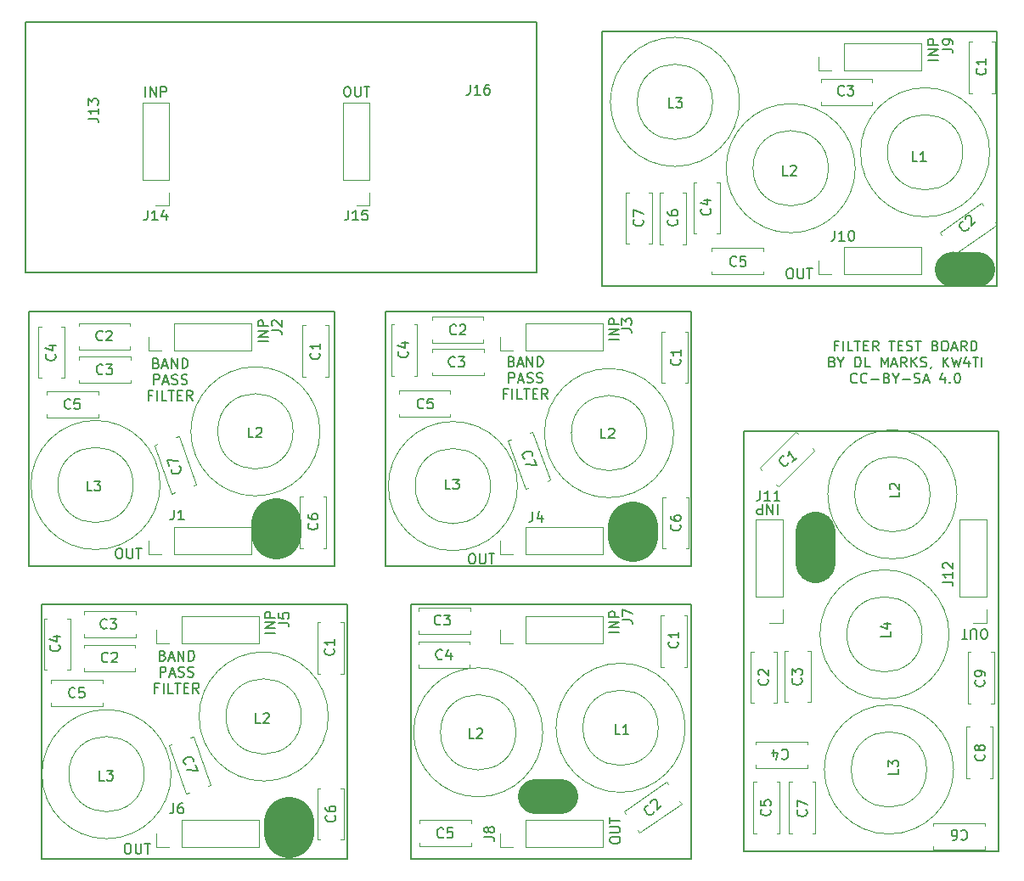
<source format=gbr>
%TF.GenerationSoftware,KiCad,Pcbnew,(6.0.11)*%
%TF.CreationDate,2023-02-05T16:57:11-06:00*%
%TF.ProjectId,BandPassFilter,42616e64-5061-4737-9346-696c7465722e,rev?*%
%TF.SameCoordinates,Original*%
%TF.FileFunction,Legend,Top*%
%TF.FilePolarity,Positive*%
%FSLAX46Y46*%
G04 Gerber Fmt 4.6, Leading zero omitted, Abs format (unit mm)*
G04 Created by KiCad (PCBNEW (6.0.11)) date 2023-02-05 16:57:11*
%MOMM*%
%LPD*%
G01*
G04 APERTURE LIST*
%ADD10C,0.200000*%
%ADD11C,0.150000*%
%ADD12C,4.000000*%
%ADD13C,3.500000*%
%ADD14C,5.000000*%
%ADD15C,0.120000*%
G04 APERTURE END LIST*
D10*
X170000000Y-60000000D02*
X170000000Y-85000000D01*
X119000000Y-60000000D02*
X170000000Y-60000000D01*
X119000000Y-85000000D02*
X119000000Y-60000000D01*
X170000000Y-85000000D02*
X119000000Y-85000000D01*
D11*
X200011904Y-92293571D02*
X199678571Y-92293571D01*
X199678571Y-92817380D02*
X199678571Y-91817380D01*
X200154761Y-91817380D01*
X200535714Y-92817380D02*
X200535714Y-91817380D01*
X201488095Y-92817380D02*
X201011904Y-92817380D01*
X201011904Y-91817380D01*
X201678571Y-91817380D02*
X202250000Y-91817380D01*
X201964285Y-92817380D02*
X201964285Y-91817380D01*
X202583333Y-92293571D02*
X202916666Y-92293571D01*
X203059523Y-92817380D02*
X202583333Y-92817380D01*
X202583333Y-91817380D01*
X203059523Y-91817380D01*
X204059523Y-92817380D02*
X203726190Y-92341190D01*
X203488095Y-92817380D02*
X203488095Y-91817380D01*
X203869047Y-91817380D01*
X203964285Y-91865000D01*
X204011904Y-91912619D01*
X204059523Y-92007857D01*
X204059523Y-92150714D01*
X204011904Y-92245952D01*
X203964285Y-92293571D01*
X203869047Y-92341190D01*
X203488095Y-92341190D01*
X205107142Y-91817380D02*
X205678571Y-91817380D01*
X205392857Y-92817380D02*
X205392857Y-91817380D01*
X206011904Y-92293571D02*
X206345238Y-92293571D01*
X206488095Y-92817380D02*
X206011904Y-92817380D01*
X206011904Y-91817380D01*
X206488095Y-91817380D01*
X206869047Y-92769761D02*
X207011904Y-92817380D01*
X207250000Y-92817380D01*
X207345238Y-92769761D01*
X207392857Y-92722142D01*
X207440476Y-92626904D01*
X207440476Y-92531666D01*
X207392857Y-92436428D01*
X207345238Y-92388809D01*
X207250000Y-92341190D01*
X207059523Y-92293571D01*
X206964285Y-92245952D01*
X206916666Y-92198333D01*
X206869047Y-92103095D01*
X206869047Y-92007857D01*
X206916666Y-91912619D01*
X206964285Y-91865000D01*
X207059523Y-91817380D01*
X207297619Y-91817380D01*
X207440476Y-91865000D01*
X207726190Y-91817380D02*
X208297619Y-91817380D01*
X208011904Y-92817380D02*
X208011904Y-91817380D01*
X209726190Y-92293571D02*
X209869047Y-92341190D01*
X209916666Y-92388809D01*
X209964285Y-92484047D01*
X209964285Y-92626904D01*
X209916666Y-92722142D01*
X209869047Y-92769761D01*
X209773809Y-92817380D01*
X209392857Y-92817380D01*
X209392857Y-91817380D01*
X209726190Y-91817380D01*
X209821428Y-91865000D01*
X209869047Y-91912619D01*
X209916666Y-92007857D01*
X209916666Y-92103095D01*
X209869047Y-92198333D01*
X209821428Y-92245952D01*
X209726190Y-92293571D01*
X209392857Y-92293571D01*
X210583333Y-91817380D02*
X210773809Y-91817380D01*
X210869047Y-91865000D01*
X210964285Y-91960238D01*
X211011904Y-92150714D01*
X211011904Y-92484047D01*
X210964285Y-92674523D01*
X210869047Y-92769761D01*
X210773809Y-92817380D01*
X210583333Y-92817380D01*
X210488095Y-92769761D01*
X210392857Y-92674523D01*
X210345238Y-92484047D01*
X210345238Y-92150714D01*
X210392857Y-91960238D01*
X210488095Y-91865000D01*
X210583333Y-91817380D01*
X211392857Y-92531666D02*
X211869047Y-92531666D01*
X211297619Y-92817380D02*
X211630952Y-91817380D01*
X211964285Y-92817380D01*
X212869047Y-92817380D02*
X212535714Y-92341190D01*
X212297619Y-92817380D02*
X212297619Y-91817380D01*
X212678571Y-91817380D01*
X212773809Y-91865000D01*
X212821428Y-91912619D01*
X212869047Y-92007857D01*
X212869047Y-92150714D01*
X212821428Y-92245952D01*
X212773809Y-92293571D01*
X212678571Y-92341190D01*
X212297619Y-92341190D01*
X213297619Y-92817380D02*
X213297619Y-91817380D01*
X213535714Y-91817380D01*
X213678571Y-91865000D01*
X213773809Y-91960238D01*
X213821428Y-92055476D01*
X213869047Y-92245952D01*
X213869047Y-92388809D01*
X213821428Y-92579285D01*
X213773809Y-92674523D01*
X213678571Y-92769761D01*
X213535714Y-92817380D01*
X213297619Y-92817380D01*
X199464285Y-93903571D02*
X199607142Y-93951190D01*
X199654761Y-93998809D01*
X199702380Y-94094047D01*
X199702380Y-94236904D01*
X199654761Y-94332142D01*
X199607142Y-94379761D01*
X199511904Y-94427380D01*
X199130952Y-94427380D01*
X199130952Y-93427380D01*
X199464285Y-93427380D01*
X199559523Y-93475000D01*
X199607142Y-93522619D01*
X199654761Y-93617857D01*
X199654761Y-93713095D01*
X199607142Y-93808333D01*
X199559523Y-93855952D01*
X199464285Y-93903571D01*
X199130952Y-93903571D01*
X200321428Y-93951190D02*
X200321428Y-94427380D01*
X199988095Y-93427380D02*
X200321428Y-93951190D01*
X200654761Y-93427380D01*
X201750000Y-94427380D02*
X201750000Y-93427380D01*
X201988095Y-93427380D01*
X202130952Y-93475000D01*
X202226190Y-93570238D01*
X202273809Y-93665476D01*
X202321428Y-93855952D01*
X202321428Y-93998809D01*
X202273809Y-94189285D01*
X202226190Y-94284523D01*
X202130952Y-94379761D01*
X201988095Y-94427380D01*
X201750000Y-94427380D01*
X203226190Y-94427380D02*
X202750000Y-94427380D01*
X202750000Y-93427380D01*
X204321428Y-94427380D02*
X204321428Y-93427380D01*
X204654761Y-94141666D01*
X204988095Y-93427380D01*
X204988095Y-94427380D01*
X205416666Y-94141666D02*
X205892857Y-94141666D01*
X205321428Y-94427380D02*
X205654761Y-93427380D01*
X205988095Y-94427380D01*
X206892857Y-94427380D02*
X206559523Y-93951190D01*
X206321428Y-94427380D02*
X206321428Y-93427380D01*
X206702380Y-93427380D01*
X206797619Y-93475000D01*
X206845238Y-93522619D01*
X206892857Y-93617857D01*
X206892857Y-93760714D01*
X206845238Y-93855952D01*
X206797619Y-93903571D01*
X206702380Y-93951190D01*
X206321428Y-93951190D01*
X207321428Y-94427380D02*
X207321428Y-93427380D01*
X207892857Y-94427380D02*
X207464285Y-93855952D01*
X207892857Y-93427380D02*
X207321428Y-93998809D01*
X208273809Y-94379761D02*
X208416666Y-94427380D01*
X208654761Y-94427380D01*
X208750000Y-94379761D01*
X208797619Y-94332142D01*
X208845238Y-94236904D01*
X208845238Y-94141666D01*
X208797619Y-94046428D01*
X208750000Y-93998809D01*
X208654761Y-93951190D01*
X208464285Y-93903571D01*
X208369047Y-93855952D01*
X208321428Y-93808333D01*
X208273809Y-93713095D01*
X208273809Y-93617857D01*
X208321428Y-93522619D01*
X208369047Y-93475000D01*
X208464285Y-93427380D01*
X208702380Y-93427380D01*
X208845238Y-93475000D01*
X209321428Y-94379761D02*
X209321428Y-94427380D01*
X209273809Y-94522619D01*
X209226190Y-94570238D01*
X210511904Y-94427380D02*
X210511904Y-93427380D01*
X211083333Y-94427380D02*
X210654761Y-93855952D01*
X211083333Y-93427380D02*
X210511904Y-93998809D01*
X211416666Y-93427380D02*
X211654761Y-94427380D01*
X211845238Y-93713095D01*
X212035714Y-94427380D01*
X212273809Y-93427380D01*
X213083333Y-93760714D02*
X213083333Y-94427380D01*
X212845238Y-93379761D02*
X212607142Y-94094047D01*
X213226190Y-94094047D01*
X213464285Y-93427380D02*
X214035714Y-93427380D01*
X213750000Y-94427380D02*
X213750000Y-93427380D01*
X214369047Y-94427380D02*
X214369047Y-93427380D01*
X201916666Y-95942142D02*
X201869047Y-95989761D01*
X201726190Y-96037380D01*
X201630952Y-96037380D01*
X201488095Y-95989761D01*
X201392857Y-95894523D01*
X201345238Y-95799285D01*
X201297619Y-95608809D01*
X201297619Y-95465952D01*
X201345238Y-95275476D01*
X201392857Y-95180238D01*
X201488095Y-95085000D01*
X201630952Y-95037380D01*
X201726190Y-95037380D01*
X201869047Y-95085000D01*
X201916666Y-95132619D01*
X202916666Y-95942142D02*
X202869047Y-95989761D01*
X202726190Y-96037380D01*
X202630952Y-96037380D01*
X202488095Y-95989761D01*
X202392857Y-95894523D01*
X202345238Y-95799285D01*
X202297619Y-95608809D01*
X202297619Y-95465952D01*
X202345238Y-95275476D01*
X202392857Y-95180238D01*
X202488095Y-95085000D01*
X202630952Y-95037380D01*
X202726190Y-95037380D01*
X202869047Y-95085000D01*
X202916666Y-95132619D01*
X203345238Y-95656428D02*
X204107142Y-95656428D01*
X204916666Y-95513571D02*
X205059523Y-95561190D01*
X205107142Y-95608809D01*
X205154761Y-95704047D01*
X205154761Y-95846904D01*
X205107142Y-95942142D01*
X205059523Y-95989761D01*
X204964285Y-96037380D01*
X204583333Y-96037380D01*
X204583333Y-95037380D01*
X204916666Y-95037380D01*
X205011904Y-95085000D01*
X205059523Y-95132619D01*
X205107142Y-95227857D01*
X205107142Y-95323095D01*
X205059523Y-95418333D01*
X205011904Y-95465952D01*
X204916666Y-95513571D01*
X204583333Y-95513571D01*
X205773809Y-95561190D02*
X205773809Y-96037380D01*
X205440476Y-95037380D02*
X205773809Y-95561190D01*
X206107142Y-95037380D01*
X206440476Y-95656428D02*
X207202380Y-95656428D01*
X207630952Y-95989761D02*
X207773809Y-96037380D01*
X208011904Y-96037380D01*
X208107142Y-95989761D01*
X208154761Y-95942142D01*
X208202380Y-95846904D01*
X208202380Y-95751666D01*
X208154761Y-95656428D01*
X208107142Y-95608809D01*
X208011904Y-95561190D01*
X207821428Y-95513571D01*
X207726190Y-95465952D01*
X207678571Y-95418333D01*
X207630952Y-95323095D01*
X207630952Y-95227857D01*
X207678571Y-95132619D01*
X207726190Y-95085000D01*
X207821428Y-95037380D01*
X208059523Y-95037380D01*
X208202380Y-95085000D01*
X208583333Y-95751666D02*
X209059523Y-95751666D01*
X208488095Y-96037380D02*
X208821428Y-95037380D01*
X209154761Y-96037380D01*
X210678571Y-95370714D02*
X210678571Y-96037380D01*
X210440476Y-94989761D02*
X210202380Y-95704047D01*
X210821428Y-95704047D01*
X211202380Y-95942142D02*
X211250000Y-95989761D01*
X211202380Y-96037380D01*
X211154761Y-95989761D01*
X211202380Y-95942142D01*
X211202380Y-96037380D01*
X211869047Y-95037380D02*
X211964285Y-95037380D01*
X212059523Y-95085000D01*
X212107142Y-95132619D01*
X212154761Y-95227857D01*
X212202380Y-95418333D01*
X212202380Y-95656428D01*
X212154761Y-95846904D01*
X212107142Y-95942142D01*
X212059523Y-95989761D01*
X211964285Y-96037380D01*
X211869047Y-96037380D01*
X211773809Y-95989761D01*
X211726190Y-95942142D01*
X211678571Y-95846904D01*
X211630952Y-95656428D01*
X211630952Y-95418333D01*
X211678571Y-95227857D01*
X211726190Y-95132619D01*
X211773809Y-95085000D01*
X211869047Y-95037380D01*
X130976190Y-67452380D02*
X130976190Y-66452380D01*
X131452380Y-67452380D02*
X131452380Y-66452380D01*
X132023809Y-67452380D01*
X132023809Y-66452380D01*
X132500000Y-67452380D02*
X132500000Y-66452380D01*
X132880952Y-66452380D01*
X132976190Y-66500000D01*
X133023809Y-66547619D01*
X133071428Y-66642857D01*
X133071428Y-66785714D01*
X133023809Y-66880952D01*
X132976190Y-66928571D01*
X132880952Y-66976190D01*
X132500000Y-66976190D01*
X151000000Y-66452380D02*
X151190476Y-66452380D01*
X151285714Y-66500000D01*
X151380952Y-66595238D01*
X151428571Y-66785714D01*
X151428571Y-67119047D01*
X151380952Y-67309523D01*
X151285714Y-67404761D01*
X151190476Y-67452380D01*
X151000000Y-67452380D01*
X150904761Y-67404761D01*
X150809523Y-67309523D01*
X150761904Y-67119047D01*
X150761904Y-66785714D01*
X150809523Y-66595238D01*
X150904761Y-66500000D01*
X151000000Y-66452380D01*
X151857142Y-66452380D02*
X151857142Y-67261904D01*
X151904761Y-67357142D01*
X151952380Y-67404761D01*
X152047619Y-67452380D01*
X152238095Y-67452380D01*
X152333333Y-67404761D01*
X152380952Y-67357142D01*
X152428571Y-67261904D01*
X152428571Y-66452380D01*
X152761904Y-66452380D02*
X153333333Y-66452380D01*
X153047619Y-67452380D02*
X153047619Y-66452380D01*
D12*
X197730000Y-110800000D02*
X197730000Y-113930000D01*
D11*
X214587142Y-125666666D02*
X214634761Y-125714285D01*
X214682380Y-125857142D01*
X214682380Y-125952380D01*
X214634761Y-126095238D01*
X214539523Y-126190476D01*
X214444285Y-126238095D01*
X214253809Y-126285714D01*
X214110952Y-126285714D01*
X213920476Y-126238095D01*
X213825238Y-126190476D01*
X213730000Y-126095238D01*
X213682380Y-125952380D01*
X213682380Y-125857142D01*
X213730000Y-125714285D01*
X213777619Y-125666666D01*
X214682380Y-125190476D02*
X214682380Y-125000000D01*
X214634761Y-124904761D01*
X214587142Y-124857142D01*
X214444285Y-124761904D01*
X214253809Y-124714285D01*
X213872857Y-124714285D01*
X213777619Y-124761904D01*
X213730000Y-124809523D01*
X213682380Y-124904761D01*
X213682380Y-125095238D01*
X213730000Y-125190476D01*
X213777619Y-125238095D01*
X213872857Y-125285714D01*
X214110952Y-125285714D01*
X214206190Y-125238095D01*
X214253809Y-125190476D01*
X214301428Y-125095238D01*
X214301428Y-124904761D01*
X214253809Y-124809523D01*
X214206190Y-124761904D01*
X214110952Y-124714285D01*
X210002380Y-63798809D02*
X209002380Y-63798809D01*
X210002380Y-63322619D02*
X209002380Y-63322619D01*
X210002380Y-62751190D01*
X209002380Y-62751190D01*
X210002380Y-62275000D02*
X209002380Y-62275000D01*
X209002380Y-61894047D01*
X209050000Y-61798809D01*
X209097619Y-61751190D01*
X209192857Y-61703571D01*
X209335714Y-61703571D01*
X209430952Y-61751190D01*
X209478571Y-61798809D01*
X209526190Y-61894047D01*
X209526190Y-62275000D01*
X214700000Y-121567619D02*
X214509523Y-121567619D01*
X214414285Y-121520000D01*
X214319047Y-121424761D01*
X214271428Y-121234285D01*
X214271428Y-120900952D01*
X214319047Y-120710476D01*
X214414285Y-120615238D01*
X214509523Y-120567619D01*
X214700000Y-120567619D01*
X214795238Y-120615238D01*
X214890476Y-120710476D01*
X214938095Y-120900952D01*
X214938095Y-121234285D01*
X214890476Y-121424761D01*
X214795238Y-121520000D01*
X214700000Y-121567619D01*
X213842857Y-121567619D02*
X213842857Y-120758095D01*
X213795238Y-120662857D01*
X213747619Y-120615238D01*
X213652380Y-120567619D01*
X213461904Y-120567619D01*
X213366666Y-120615238D01*
X213319047Y-120662857D01*
X213271428Y-120758095D01*
X213271428Y-121567619D01*
X212938095Y-121567619D02*
X212366666Y-121567619D01*
X212652380Y-120567619D02*
X212652380Y-121567619D01*
X195150000Y-84602380D02*
X195340476Y-84602380D01*
X195435714Y-84650000D01*
X195530952Y-84745238D01*
X195578571Y-84935714D01*
X195578571Y-85269047D01*
X195530952Y-85459523D01*
X195435714Y-85554761D01*
X195340476Y-85602380D01*
X195150000Y-85602380D01*
X195054761Y-85554761D01*
X194959523Y-85459523D01*
X194911904Y-85269047D01*
X194911904Y-84935714D01*
X194959523Y-84745238D01*
X195054761Y-84650000D01*
X195150000Y-84602380D01*
X196007142Y-84602380D02*
X196007142Y-85411904D01*
X196054761Y-85507142D01*
X196102380Y-85554761D01*
X196197619Y-85602380D01*
X196388095Y-85602380D01*
X196483333Y-85554761D01*
X196530952Y-85507142D01*
X196578571Y-85411904D01*
X196578571Y-84602380D01*
X196911904Y-84602380D02*
X197483333Y-84602380D01*
X197197619Y-85602380D02*
X197197619Y-84602380D01*
X194003809Y-108107619D02*
X194003809Y-109107619D01*
X193527619Y-108107619D02*
X193527619Y-109107619D01*
X192956190Y-108107619D01*
X192956190Y-109107619D01*
X192480000Y-108107619D02*
X192480000Y-109107619D01*
X192099047Y-109107619D01*
X192003809Y-109060000D01*
X191956190Y-109012380D01*
X191908571Y-108917142D01*
X191908571Y-108774285D01*
X191956190Y-108679047D01*
X192003809Y-108631428D01*
X192099047Y-108583809D01*
X192480000Y-108583809D01*
X214567142Y-133076666D02*
X214614761Y-133124285D01*
X214662380Y-133267142D01*
X214662380Y-133362380D01*
X214614761Y-133505238D01*
X214519523Y-133600476D01*
X214424285Y-133648095D01*
X214233809Y-133695714D01*
X214090952Y-133695714D01*
X213900476Y-133648095D01*
X213805238Y-133600476D01*
X213710000Y-133505238D01*
X213662380Y-133362380D01*
X213662380Y-133267142D01*
X213710000Y-133124285D01*
X213757619Y-133076666D01*
X214090952Y-132505238D02*
X214043333Y-132600476D01*
X213995714Y-132648095D01*
X213900476Y-132695714D01*
X213852857Y-132695714D01*
X213757619Y-132648095D01*
X213710000Y-132600476D01*
X213662380Y-132505238D01*
X213662380Y-132314761D01*
X213710000Y-132219523D01*
X213757619Y-132171904D01*
X213852857Y-132124285D01*
X213900476Y-132124285D01*
X213995714Y-132171904D01*
X214043333Y-132219523D01*
X214090952Y-132314761D01*
X214090952Y-132505238D01*
X214138571Y-132600476D01*
X214186190Y-132648095D01*
X214281428Y-132695714D01*
X214471904Y-132695714D01*
X214567142Y-132648095D01*
X214614761Y-132600476D01*
X214662380Y-132505238D01*
X214662380Y-132314761D01*
X214614761Y-132219523D01*
X214567142Y-132171904D01*
X214471904Y-132124285D01*
X214281428Y-132124285D01*
X214186190Y-132171904D01*
X214138571Y-132219523D01*
X214090952Y-132314761D01*
X212306666Y-140702857D02*
X212354285Y-140655238D01*
X212497142Y-140607619D01*
X212592380Y-140607619D01*
X212735238Y-140655238D01*
X212830476Y-140750476D01*
X212878095Y-140845714D01*
X212925714Y-141036190D01*
X212925714Y-141179047D01*
X212878095Y-141369523D01*
X212830476Y-141464761D01*
X212735238Y-141560000D01*
X212592380Y-141607619D01*
X212497142Y-141607619D01*
X212354285Y-141560000D01*
X212306666Y-141512380D01*
X211449523Y-141607619D02*
X211640000Y-141607619D01*
X211735238Y-141560000D01*
X211782857Y-141512380D01*
X211878095Y-141369523D01*
X211925714Y-141179047D01*
X211925714Y-140798095D01*
X211878095Y-140702857D01*
X211830476Y-140655238D01*
X211735238Y-140607619D01*
X211544761Y-140607619D01*
X211449523Y-140655238D01*
X211401904Y-140702857D01*
X211354285Y-140798095D01*
X211354285Y-141036190D01*
X211401904Y-141131428D01*
X211449523Y-141179047D01*
X211544761Y-141226666D01*
X211735238Y-141226666D01*
X211830476Y-141179047D01*
X211878095Y-141131428D01*
X211925714Y-141036190D01*
X196857142Y-138626666D02*
X196904761Y-138674285D01*
X196952380Y-138817142D01*
X196952380Y-138912380D01*
X196904761Y-139055238D01*
X196809523Y-139150476D01*
X196714285Y-139198095D01*
X196523809Y-139245714D01*
X196380952Y-139245714D01*
X196190476Y-139198095D01*
X196095238Y-139150476D01*
X196000000Y-139055238D01*
X195952380Y-138912380D01*
X195952380Y-138817142D01*
X196000000Y-138674285D01*
X196047619Y-138626666D01*
X195952380Y-138293333D02*
X195952380Y-137626666D01*
X196952380Y-138055238D01*
X193227142Y-138566666D02*
X193274761Y-138614285D01*
X193322380Y-138757142D01*
X193322380Y-138852380D01*
X193274761Y-138995238D01*
X193179523Y-139090476D01*
X193084285Y-139138095D01*
X192893809Y-139185714D01*
X192750952Y-139185714D01*
X192560476Y-139138095D01*
X192465238Y-139090476D01*
X192370000Y-138995238D01*
X192322380Y-138852380D01*
X192322380Y-138757142D01*
X192370000Y-138614285D01*
X192417619Y-138566666D01*
X192322380Y-137661904D02*
X192322380Y-138138095D01*
X192798571Y-138185714D01*
X192750952Y-138138095D01*
X192703333Y-138042857D01*
X192703333Y-137804761D01*
X192750952Y-137709523D01*
X192798571Y-137661904D01*
X192893809Y-137614285D01*
X193131904Y-137614285D01*
X193227142Y-137661904D01*
X193274761Y-137709523D01*
X193322380Y-137804761D01*
X193322380Y-138042857D01*
X193274761Y-138138095D01*
X193227142Y-138185714D01*
X194436666Y-132652857D02*
X194484285Y-132605238D01*
X194627142Y-132557619D01*
X194722380Y-132557619D01*
X194865238Y-132605238D01*
X194960476Y-132700476D01*
X195008095Y-132795714D01*
X195055714Y-132986190D01*
X195055714Y-133129047D01*
X195008095Y-133319523D01*
X194960476Y-133414761D01*
X194865238Y-133510000D01*
X194722380Y-133557619D01*
X194627142Y-133557619D01*
X194484285Y-133510000D01*
X194436666Y-133462380D01*
X193579523Y-133224285D02*
X193579523Y-132557619D01*
X193817619Y-133605238D02*
X194055714Y-132890952D01*
X193436666Y-132890952D01*
X196347142Y-125496666D02*
X196394761Y-125544285D01*
X196442380Y-125687142D01*
X196442380Y-125782380D01*
X196394761Y-125925238D01*
X196299523Y-126020476D01*
X196204285Y-126068095D01*
X196013809Y-126115714D01*
X195870952Y-126115714D01*
X195680476Y-126068095D01*
X195585238Y-126020476D01*
X195490000Y-125925238D01*
X195442380Y-125782380D01*
X195442380Y-125687142D01*
X195490000Y-125544285D01*
X195537619Y-125496666D01*
X195442380Y-125163333D02*
X195442380Y-124544285D01*
X195823333Y-124877619D01*
X195823333Y-124734761D01*
X195870952Y-124639523D01*
X195918571Y-124591904D01*
X196013809Y-124544285D01*
X196251904Y-124544285D01*
X196347142Y-124591904D01*
X196394761Y-124639523D01*
X196442380Y-124734761D01*
X196442380Y-125020476D01*
X196394761Y-125115714D01*
X196347142Y-125163333D01*
X192977142Y-125546666D02*
X193024761Y-125594285D01*
X193072380Y-125737142D01*
X193072380Y-125832380D01*
X193024761Y-125975238D01*
X192929523Y-126070476D01*
X192834285Y-126118095D01*
X192643809Y-126165714D01*
X192500952Y-126165714D01*
X192310476Y-126118095D01*
X192215238Y-126070476D01*
X192120000Y-125975238D01*
X192072380Y-125832380D01*
X192072380Y-125737142D01*
X192120000Y-125594285D01*
X192167619Y-125546666D01*
X192167619Y-125165714D02*
X192120000Y-125118095D01*
X192072380Y-125022857D01*
X192072380Y-124784761D01*
X192120000Y-124689523D01*
X192167619Y-124641904D01*
X192262857Y-124594285D01*
X192358095Y-124594285D01*
X192500952Y-124641904D01*
X193072380Y-125213333D01*
X193072380Y-124594285D01*
X205282380Y-120826666D02*
X205282380Y-121302857D01*
X204282380Y-121302857D01*
X204615714Y-120064761D02*
X205282380Y-120064761D01*
X204234761Y-120302857D02*
X204949047Y-120540952D01*
X204949047Y-119921904D01*
X206042380Y-134546666D02*
X206042380Y-135022857D01*
X205042380Y-135022857D01*
X205042380Y-134308571D02*
X205042380Y-133689523D01*
X205423333Y-134022857D01*
X205423333Y-133880000D01*
X205470952Y-133784761D01*
X205518571Y-133737142D01*
X205613809Y-133689523D01*
X205851904Y-133689523D01*
X205947142Y-133737142D01*
X205994761Y-133784761D01*
X206042380Y-133880000D01*
X206042380Y-134165714D01*
X205994761Y-134260952D01*
X205947142Y-134308571D01*
X206172380Y-106896666D02*
X206172380Y-107372857D01*
X205172380Y-107372857D01*
X205267619Y-106610952D02*
X205220000Y-106563333D01*
X205172380Y-106468095D01*
X205172380Y-106230000D01*
X205220000Y-106134761D01*
X205267619Y-106087142D01*
X205362857Y-106039523D01*
X205458095Y-106039523D01*
X205600952Y-106087142D01*
X206172380Y-106658571D01*
X206172380Y-106039523D01*
X195078323Y-103998150D02*
X195066629Y-104064470D01*
X194976920Y-104185417D01*
X194898906Y-104240043D01*
X194754571Y-104282976D01*
X194621930Y-104259587D01*
X194528297Y-104208886D01*
X194380037Y-104080170D01*
X194298097Y-103963149D01*
X194227852Y-103779806D01*
X194212233Y-103674479D01*
X194235621Y-103541838D01*
X194325329Y-103420891D01*
X194403344Y-103366265D01*
X194547679Y-103323333D01*
X194613999Y-103335027D01*
X195913094Y-103529901D02*
X195445007Y-103857659D01*
X195679051Y-103693780D02*
X195105474Y-102874628D01*
X195109399Y-103046276D01*
X195086011Y-103178917D01*
X195035310Y-103272550D01*
D10*
X216030000Y-142750000D02*
X190630000Y-142750000D01*
X216030000Y-100840000D02*
X216030000Y-142750000D01*
X190630000Y-100840000D02*
X216030000Y-100840000D01*
X190630000Y-142750000D02*
X190630000Y-100840000D01*
D13*
X213960000Y-84660000D02*
X211420000Y-84660000D01*
D11*
X180527142Y-79736666D02*
X180574761Y-79784285D01*
X180622380Y-79927142D01*
X180622380Y-80022380D01*
X180574761Y-80165238D01*
X180479523Y-80260476D01*
X180384285Y-80308095D01*
X180193809Y-80355714D01*
X180050952Y-80355714D01*
X179860476Y-80308095D01*
X179765238Y-80260476D01*
X179670000Y-80165238D01*
X179622380Y-80022380D01*
X179622380Y-79927142D01*
X179670000Y-79784285D01*
X179717619Y-79736666D01*
X179622380Y-79403333D02*
X179622380Y-78736666D01*
X180622380Y-79165238D01*
X183947142Y-79716666D02*
X183994761Y-79764285D01*
X184042380Y-79907142D01*
X184042380Y-80002380D01*
X183994761Y-80145238D01*
X183899523Y-80240476D01*
X183804285Y-80288095D01*
X183613809Y-80335714D01*
X183470952Y-80335714D01*
X183280476Y-80288095D01*
X183185238Y-80240476D01*
X183090000Y-80145238D01*
X183042380Y-80002380D01*
X183042380Y-79907142D01*
X183090000Y-79764285D01*
X183137619Y-79716666D01*
X183042380Y-78859523D02*
X183042380Y-79050000D01*
X183090000Y-79145238D01*
X183137619Y-79192857D01*
X183280476Y-79288095D01*
X183470952Y-79335714D01*
X183851904Y-79335714D01*
X183947142Y-79288095D01*
X183994761Y-79240476D01*
X184042380Y-79145238D01*
X184042380Y-78954761D01*
X183994761Y-78859523D01*
X183947142Y-78811904D01*
X183851904Y-78764285D01*
X183613809Y-78764285D01*
X183518571Y-78811904D01*
X183470952Y-78859523D01*
X183423333Y-78954761D01*
X183423333Y-79145238D01*
X183470952Y-79240476D01*
X183518571Y-79288095D01*
X183613809Y-79335714D01*
X189893333Y-84287142D02*
X189845714Y-84334761D01*
X189702857Y-84382380D01*
X189607619Y-84382380D01*
X189464761Y-84334761D01*
X189369523Y-84239523D01*
X189321904Y-84144285D01*
X189274285Y-83953809D01*
X189274285Y-83810952D01*
X189321904Y-83620476D01*
X189369523Y-83525238D01*
X189464761Y-83430000D01*
X189607619Y-83382380D01*
X189702857Y-83382380D01*
X189845714Y-83430000D01*
X189893333Y-83477619D01*
X190798095Y-83382380D02*
X190321904Y-83382380D01*
X190274285Y-83858571D01*
X190321904Y-83810952D01*
X190417142Y-83763333D01*
X190655238Y-83763333D01*
X190750476Y-83810952D01*
X190798095Y-83858571D01*
X190845714Y-83953809D01*
X190845714Y-84191904D01*
X190798095Y-84287142D01*
X190750476Y-84334761D01*
X190655238Y-84382380D01*
X190417142Y-84382380D01*
X190321904Y-84334761D01*
X190274285Y-84287142D01*
X187257142Y-78646666D02*
X187304761Y-78694285D01*
X187352380Y-78837142D01*
X187352380Y-78932380D01*
X187304761Y-79075238D01*
X187209523Y-79170476D01*
X187114285Y-79218095D01*
X186923809Y-79265714D01*
X186780952Y-79265714D01*
X186590476Y-79218095D01*
X186495238Y-79170476D01*
X186400000Y-79075238D01*
X186352380Y-78932380D01*
X186352380Y-78837142D01*
X186400000Y-78694285D01*
X186447619Y-78646666D01*
X186685714Y-77789523D02*
X187352380Y-77789523D01*
X186304761Y-78027619D02*
X187019047Y-78265714D01*
X187019047Y-77646666D01*
X200633333Y-67257142D02*
X200585714Y-67304761D01*
X200442857Y-67352380D01*
X200347619Y-67352380D01*
X200204761Y-67304761D01*
X200109523Y-67209523D01*
X200061904Y-67114285D01*
X200014285Y-66923809D01*
X200014285Y-66780952D01*
X200061904Y-66590476D01*
X200109523Y-66495238D01*
X200204761Y-66400000D01*
X200347619Y-66352380D01*
X200442857Y-66352380D01*
X200585714Y-66400000D01*
X200633333Y-66447619D01*
X200966666Y-66352380D02*
X201585714Y-66352380D01*
X201252380Y-66733333D01*
X201395238Y-66733333D01*
X201490476Y-66780952D01*
X201538095Y-66828571D01*
X201585714Y-66923809D01*
X201585714Y-67161904D01*
X201538095Y-67257142D01*
X201490476Y-67304761D01*
X201395238Y-67352380D01*
X201109523Y-67352380D01*
X201014285Y-67304761D01*
X200966666Y-67257142D01*
X213044687Y-80530389D02*
X213044687Y-80597732D01*
X212977343Y-80732419D01*
X212910000Y-80799763D01*
X212775312Y-80867106D01*
X212640625Y-80867106D01*
X212539610Y-80833435D01*
X212371251Y-80732419D01*
X212270236Y-80631404D01*
X212169221Y-80463045D01*
X212135549Y-80362030D01*
X212135549Y-80227343D01*
X212202893Y-80092656D01*
X212270236Y-80025312D01*
X212404923Y-79957969D01*
X212472267Y-79957969D01*
X212741641Y-79688595D02*
X212741641Y-79621251D01*
X212775312Y-79520236D01*
X212943671Y-79351877D01*
X213044687Y-79318206D01*
X213112030Y-79318206D01*
X213213045Y-79351877D01*
X213280389Y-79419221D01*
X213347732Y-79553908D01*
X213347732Y-80362030D01*
X213785465Y-79924297D01*
X214707142Y-64641666D02*
X214754761Y-64689285D01*
X214802380Y-64832142D01*
X214802380Y-64927380D01*
X214754761Y-65070238D01*
X214659523Y-65165476D01*
X214564285Y-65213095D01*
X214373809Y-65260714D01*
X214230952Y-65260714D01*
X214040476Y-65213095D01*
X213945238Y-65165476D01*
X213850000Y-65070238D01*
X213802380Y-64927380D01*
X213802380Y-64832142D01*
X213850000Y-64689285D01*
X213897619Y-64641666D01*
X214802380Y-63689285D02*
X214802380Y-64260714D01*
X214802380Y-63975000D02*
X213802380Y-63975000D01*
X213945238Y-64070238D01*
X214040476Y-64165476D01*
X214088095Y-64260714D01*
X207943333Y-73912380D02*
X207467142Y-73912380D01*
X207467142Y-72912380D01*
X208800476Y-73912380D02*
X208229047Y-73912380D01*
X208514761Y-73912380D02*
X208514761Y-72912380D01*
X208419523Y-73055238D01*
X208324285Y-73150476D01*
X208229047Y-73198095D01*
X195033333Y-75322380D02*
X194557142Y-75322380D01*
X194557142Y-74322380D01*
X195319047Y-74417619D02*
X195366666Y-74370000D01*
X195461904Y-74322380D01*
X195700000Y-74322380D01*
X195795238Y-74370000D01*
X195842857Y-74417619D01*
X195890476Y-74512857D01*
X195890476Y-74608095D01*
X195842857Y-74750952D01*
X195271428Y-75322380D01*
X195890476Y-75322380D01*
X183633333Y-68572380D02*
X183157142Y-68572380D01*
X183157142Y-67572380D01*
X183871428Y-67572380D02*
X184490476Y-67572380D01*
X184157142Y-67953333D01*
X184300000Y-67953333D01*
X184395238Y-68000952D01*
X184442857Y-68048571D01*
X184490476Y-68143809D01*
X184490476Y-68381904D01*
X184442857Y-68477142D01*
X184395238Y-68524761D01*
X184300000Y-68572380D01*
X184014285Y-68572380D01*
X183919047Y-68524761D01*
X183871428Y-68477142D01*
D10*
X176530000Y-62230000D02*
X176530000Y-60960000D01*
X176530000Y-60960000D02*
X176530000Y-62230000D01*
X176530000Y-86360000D02*
X176530000Y-60960000D01*
X215900000Y-86360000D02*
X176530000Y-86360000D01*
X215900000Y-60960000D02*
X215900000Y-86360000D01*
X176530000Y-60960000D02*
X215900000Y-60960000D01*
D11*
X141713333Y-101452380D02*
X141237142Y-101452380D01*
X141237142Y-100452380D01*
X141999047Y-100547619D02*
X142046666Y-100500000D01*
X142141904Y-100452380D01*
X142380000Y-100452380D01*
X142475238Y-100500000D01*
X142522857Y-100547619D01*
X142570476Y-100642857D01*
X142570476Y-100738095D01*
X142522857Y-100880952D01*
X141951428Y-101452380D01*
X142570476Y-101452380D01*
X125643333Y-106792380D02*
X125167142Y-106792380D01*
X125167142Y-105792380D01*
X125881428Y-105792380D02*
X126500476Y-105792380D01*
X126167142Y-106173333D01*
X126310000Y-106173333D01*
X126405238Y-106220952D01*
X126452857Y-106268571D01*
X126500476Y-106363809D01*
X126500476Y-106601904D01*
X126452857Y-106697142D01*
X126405238Y-106744761D01*
X126310000Y-106792380D01*
X126024285Y-106792380D01*
X125929047Y-106744761D01*
X125881428Y-106697142D01*
D10*
X157480000Y-143510000D02*
X157480000Y-142240000D01*
X185420000Y-143510000D02*
X157480000Y-143510000D01*
X185420000Y-142240000D02*
X185420000Y-143510000D01*
D14*
X145294500Y-139782000D02*
X145294500Y-140861500D01*
D11*
X160673333Y-141307142D02*
X160625714Y-141354761D01*
X160482857Y-141402380D01*
X160387619Y-141402380D01*
X160244761Y-141354761D01*
X160149523Y-141259523D01*
X160101904Y-141164285D01*
X160054285Y-140973809D01*
X160054285Y-140830952D01*
X160101904Y-140640476D01*
X160149523Y-140545238D01*
X160244761Y-140450000D01*
X160387619Y-140402380D01*
X160482857Y-140402380D01*
X160625714Y-140450000D01*
X160673333Y-140497619D01*
X161578095Y-140402380D02*
X161101904Y-140402380D01*
X161054285Y-140878571D01*
X161101904Y-140830952D01*
X161197142Y-140783333D01*
X161435238Y-140783333D01*
X161530476Y-140830952D01*
X161578095Y-140878571D01*
X161625714Y-140973809D01*
X161625714Y-141211904D01*
X161578095Y-141307142D01*
X161530476Y-141354761D01*
X161435238Y-141402380D01*
X161197142Y-141402380D01*
X161101904Y-141354761D01*
X161054285Y-141307142D01*
X160563333Y-123517142D02*
X160515714Y-123564761D01*
X160372857Y-123612380D01*
X160277619Y-123612380D01*
X160134761Y-123564761D01*
X160039523Y-123469523D01*
X159991904Y-123374285D01*
X159944285Y-123183809D01*
X159944285Y-123040952D01*
X159991904Y-122850476D01*
X160039523Y-122755238D01*
X160134761Y-122660000D01*
X160277619Y-122612380D01*
X160372857Y-122612380D01*
X160515714Y-122660000D01*
X160563333Y-122707619D01*
X161420476Y-122945714D02*
X161420476Y-123612380D01*
X161182380Y-122564761D02*
X160944285Y-123279047D01*
X161563333Y-123279047D01*
X160403333Y-120077142D02*
X160355714Y-120124761D01*
X160212857Y-120172380D01*
X160117619Y-120172380D01*
X159974761Y-120124761D01*
X159879523Y-120029523D01*
X159831904Y-119934285D01*
X159784285Y-119743809D01*
X159784285Y-119600952D01*
X159831904Y-119410476D01*
X159879523Y-119315238D01*
X159974761Y-119220000D01*
X160117619Y-119172380D01*
X160212857Y-119172380D01*
X160355714Y-119220000D01*
X160403333Y-119267619D01*
X160736666Y-119172380D02*
X161355714Y-119172380D01*
X161022380Y-119553333D01*
X161165238Y-119553333D01*
X161260476Y-119600952D01*
X161308095Y-119648571D01*
X161355714Y-119743809D01*
X161355714Y-119981904D01*
X161308095Y-120077142D01*
X161260476Y-120124761D01*
X161165238Y-120172380D01*
X160879523Y-120172380D01*
X160784285Y-120124761D01*
X160736666Y-120077142D01*
X181664687Y-138780389D02*
X181664687Y-138847732D01*
X181597343Y-138982419D01*
X181530000Y-139049763D01*
X181395312Y-139117106D01*
X181260625Y-139117106D01*
X181159610Y-139083435D01*
X180991251Y-138982419D01*
X180890236Y-138881404D01*
X180789221Y-138713045D01*
X180755549Y-138612030D01*
X180755549Y-138477343D01*
X180822893Y-138342656D01*
X180890236Y-138275312D01*
X181024923Y-138207969D01*
X181092267Y-138207969D01*
X181361641Y-137938595D02*
X181361641Y-137871251D01*
X181395312Y-137770236D01*
X181563671Y-137601877D01*
X181664687Y-137568206D01*
X181732030Y-137568206D01*
X181833045Y-137601877D01*
X181900389Y-137669221D01*
X181967732Y-137803908D01*
X181967732Y-138612030D01*
X182405465Y-138174297D01*
X184027142Y-121826666D02*
X184074761Y-121874285D01*
X184122380Y-122017142D01*
X184122380Y-122112380D01*
X184074761Y-122255238D01*
X183979523Y-122350476D01*
X183884285Y-122398095D01*
X183693809Y-122445714D01*
X183550952Y-122445714D01*
X183360476Y-122398095D01*
X183265238Y-122350476D01*
X183170000Y-122255238D01*
X183122380Y-122112380D01*
X183122380Y-122017142D01*
X183170000Y-121874285D01*
X183217619Y-121826666D01*
X184122380Y-120874285D02*
X184122380Y-121445714D01*
X184122380Y-121160000D02*
X183122380Y-121160000D01*
X183265238Y-121255238D01*
X183360476Y-121350476D01*
X183408095Y-121445714D01*
X163733333Y-131492380D02*
X163257142Y-131492380D01*
X163257142Y-130492380D01*
X164019047Y-130587619D02*
X164066666Y-130540000D01*
X164161904Y-130492380D01*
X164400000Y-130492380D01*
X164495238Y-130540000D01*
X164542857Y-130587619D01*
X164590476Y-130682857D01*
X164590476Y-130778095D01*
X164542857Y-130920952D01*
X163971428Y-131492380D01*
X164590476Y-131492380D01*
X178303333Y-131052380D02*
X177827142Y-131052380D01*
X177827142Y-130052380D01*
X179160476Y-131052380D02*
X178589047Y-131052380D01*
X178874761Y-131052380D02*
X178874761Y-130052380D01*
X178779523Y-130195238D01*
X178684285Y-130290476D01*
X178589047Y-130338095D01*
X177292380Y-141710000D02*
X177292380Y-141519523D01*
X177340000Y-141424285D01*
X177435238Y-141329047D01*
X177625714Y-141281428D01*
X177959047Y-141281428D01*
X178149523Y-141329047D01*
X178244761Y-141424285D01*
X178292380Y-141519523D01*
X178292380Y-141710000D01*
X178244761Y-141805238D01*
X178149523Y-141900476D01*
X177959047Y-141948095D01*
X177625714Y-141948095D01*
X177435238Y-141900476D01*
X177340000Y-141805238D01*
X177292380Y-141710000D01*
X177292380Y-140852857D02*
X178101904Y-140852857D01*
X178197142Y-140805238D01*
X178244761Y-140757619D01*
X178292380Y-140662380D01*
X178292380Y-140471904D01*
X178244761Y-140376666D01*
X178197142Y-140329047D01*
X178101904Y-140281428D01*
X177292380Y-140281428D01*
X177292380Y-139948095D02*
X177292380Y-139376666D01*
X178292380Y-139662380D02*
X177292380Y-139662380D01*
X178212380Y-120893809D02*
X177212380Y-120893809D01*
X178212380Y-120417619D02*
X177212380Y-120417619D01*
X178212380Y-119846190D01*
X177212380Y-119846190D01*
X178212380Y-119370000D02*
X177212380Y-119370000D01*
X177212380Y-118989047D01*
X177260000Y-118893809D01*
X177307619Y-118846190D01*
X177402857Y-118798571D01*
X177545714Y-118798571D01*
X177640952Y-118846190D01*
X177688571Y-118893809D01*
X177736190Y-118989047D01*
X177736190Y-119370000D01*
D10*
X157480000Y-142240000D02*
X157480000Y-118110000D01*
X185420000Y-118110000D02*
X185420000Y-142240000D01*
X157480000Y-118110000D02*
X185420000Y-118110000D01*
D13*
X172310000Y-137270000D02*
X169770000Y-137270000D01*
D10*
X120650000Y-143510000D02*
X120650000Y-118110000D01*
X151130000Y-143510000D02*
X120650000Y-143510000D01*
X151130000Y-118110000D02*
X151130000Y-143510000D01*
X120650000Y-118110000D02*
X151130000Y-118110000D01*
D11*
X132699047Y-123208571D02*
X132841904Y-123256190D01*
X132889523Y-123303809D01*
X132937142Y-123399047D01*
X132937142Y-123541904D01*
X132889523Y-123637142D01*
X132841904Y-123684761D01*
X132746666Y-123732380D01*
X132365714Y-123732380D01*
X132365714Y-122732380D01*
X132699047Y-122732380D01*
X132794285Y-122780000D01*
X132841904Y-122827619D01*
X132889523Y-122922857D01*
X132889523Y-123018095D01*
X132841904Y-123113333D01*
X132794285Y-123160952D01*
X132699047Y-123208571D01*
X132365714Y-123208571D01*
X133318095Y-123446666D02*
X133794285Y-123446666D01*
X133222857Y-123732380D02*
X133556190Y-122732380D01*
X133889523Y-123732380D01*
X134222857Y-123732380D02*
X134222857Y-122732380D01*
X134794285Y-123732380D01*
X134794285Y-122732380D01*
X135270476Y-123732380D02*
X135270476Y-122732380D01*
X135508571Y-122732380D01*
X135651428Y-122780000D01*
X135746666Y-122875238D01*
X135794285Y-122970476D01*
X135841904Y-123160952D01*
X135841904Y-123303809D01*
X135794285Y-123494285D01*
X135746666Y-123589523D01*
X135651428Y-123684761D01*
X135508571Y-123732380D01*
X135270476Y-123732380D01*
X132437142Y-125342380D02*
X132437142Y-124342380D01*
X132818095Y-124342380D01*
X132913333Y-124390000D01*
X132960952Y-124437619D01*
X133008571Y-124532857D01*
X133008571Y-124675714D01*
X132960952Y-124770952D01*
X132913333Y-124818571D01*
X132818095Y-124866190D01*
X132437142Y-124866190D01*
X133389523Y-125056666D02*
X133865714Y-125056666D01*
X133294285Y-125342380D02*
X133627619Y-124342380D01*
X133960952Y-125342380D01*
X134246666Y-125294761D02*
X134389523Y-125342380D01*
X134627619Y-125342380D01*
X134722857Y-125294761D01*
X134770476Y-125247142D01*
X134818095Y-125151904D01*
X134818095Y-125056666D01*
X134770476Y-124961428D01*
X134722857Y-124913809D01*
X134627619Y-124866190D01*
X134437142Y-124818571D01*
X134341904Y-124770952D01*
X134294285Y-124723333D01*
X134246666Y-124628095D01*
X134246666Y-124532857D01*
X134294285Y-124437619D01*
X134341904Y-124390000D01*
X134437142Y-124342380D01*
X134675238Y-124342380D01*
X134818095Y-124390000D01*
X135199047Y-125294761D02*
X135341904Y-125342380D01*
X135580000Y-125342380D01*
X135675238Y-125294761D01*
X135722857Y-125247142D01*
X135770476Y-125151904D01*
X135770476Y-125056666D01*
X135722857Y-124961428D01*
X135675238Y-124913809D01*
X135580000Y-124866190D01*
X135389523Y-124818571D01*
X135294285Y-124770952D01*
X135246666Y-124723333D01*
X135199047Y-124628095D01*
X135199047Y-124532857D01*
X135246666Y-124437619D01*
X135294285Y-124390000D01*
X135389523Y-124342380D01*
X135627619Y-124342380D01*
X135770476Y-124390000D01*
X132246666Y-126428571D02*
X131913333Y-126428571D01*
X131913333Y-126952380D02*
X131913333Y-125952380D01*
X132389523Y-125952380D01*
X132770476Y-126952380D02*
X132770476Y-125952380D01*
X133722857Y-126952380D02*
X133246666Y-126952380D01*
X133246666Y-125952380D01*
X133913333Y-125952380D02*
X134484761Y-125952380D01*
X134199047Y-126952380D02*
X134199047Y-125952380D01*
X134818095Y-126428571D02*
X135151428Y-126428571D01*
X135294285Y-126952380D02*
X134818095Y-126952380D01*
X134818095Y-125952380D01*
X135294285Y-125952380D01*
X136294285Y-126952380D02*
X135960952Y-126476190D01*
X135722857Y-126952380D02*
X135722857Y-125952380D01*
X136103809Y-125952380D01*
X136199047Y-126000000D01*
X136246666Y-126047619D01*
X136294285Y-126142857D01*
X136294285Y-126285714D01*
X136246666Y-126380952D01*
X136199047Y-126428571D01*
X136103809Y-126476190D01*
X135722857Y-126476190D01*
X167479047Y-93868571D02*
X167621904Y-93916190D01*
X167669523Y-93963809D01*
X167717142Y-94059047D01*
X167717142Y-94201904D01*
X167669523Y-94297142D01*
X167621904Y-94344761D01*
X167526666Y-94392380D01*
X167145714Y-94392380D01*
X167145714Y-93392380D01*
X167479047Y-93392380D01*
X167574285Y-93440000D01*
X167621904Y-93487619D01*
X167669523Y-93582857D01*
X167669523Y-93678095D01*
X167621904Y-93773333D01*
X167574285Y-93820952D01*
X167479047Y-93868571D01*
X167145714Y-93868571D01*
X168098095Y-94106666D02*
X168574285Y-94106666D01*
X168002857Y-94392380D02*
X168336190Y-93392380D01*
X168669523Y-94392380D01*
X169002857Y-94392380D02*
X169002857Y-93392380D01*
X169574285Y-94392380D01*
X169574285Y-93392380D01*
X170050476Y-94392380D02*
X170050476Y-93392380D01*
X170288571Y-93392380D01*
X170431428Y-93440000D01*
X170526666Y-93535238D01*
X170574285Y-93630476D01*
X170621904Y-93820952D01*
X170621904Y-93963809D01*
X170574285Y-94154285D01*
X170526666Y-94249523D01*
X170431428Y-94344761D01*
X170288571Y-94392380D01*
X170050476Y-94392380D01*
X167217142Y-96002380D02*
X167217142Y-95002380D01*
X167598095Y-95002380D01*
X167693333Y-95050000D01*
X167740952Y-95097619D01*
X167788571Y-95192857D01*
X167788571Y-95335714D01*
X167740952Y-95430952D01*
X167693333Y-95478571D01*
X167598095Y-95526190D01*
X167217142Y-95526190D01*
X168169523Y-95716666D02*
X168645714Y-95716666D01*
X168074285Y-96002380D02*
X168407619Y-95002380D01*
X168740952Y-96002380D01*
X169026666Y-95954761D02*
X169169523Y-96002380D01*
X169407619Y-96002380D01*
X169502857Y-95954761D01*
X169550476Y-95907142D01*
X169598095Y-95811904D01*
X169598095Y-95716666D01*
X169550476Y-95621428D01*
X169502857Y-95573809D01*
X169407619Y-95526190D01*
X169217142Y-95478571D01*
X169121904Y-95430952D01*
X169074285Y-95383333D01*
X169026666Y-95288095D01*
X169026666Y-95192857D01*
X169074285Y-95097619D01*
X169121904Y-95050000D01*
X169217142Y-95002380D01*
X169455238Y-95002380D01*
X169598095Y-95050000D01*
X169979047Y-95954761D02*
X170121904Y-96002380D01*
X170360000Y-96002380D01*
X170455238Y-95954761D01*
X170502857Y-95907142D01*
X170550476Y-95811904D01*
X170550476Y-95716666D01*
X170502857Y-95621428D01*
X170455238Y-95573809D01*
X170360000Y-95526190D01*
X170169523Y-95478571D01*
X170074285Y-95430952D01*
X170026666Y-95383333D01*
X169979047Y-95288095D01*
X169979047Y-95192857D01*
X170026666Y-95097619D01*
X170074285Y-95050000D01*
X170169523Y-95002380D01*
X170407619Y-95002380D01*
X170550476Y-95050000D01*
X167026666Y-97088571D02*
X166693333Y-97088571D01*
X166693333Y-97612380D02*
X166693333Y-96612380D01*
X167169523Y-96612380D01*
X167550476Y-97612380D02*
X167550476Y-96612380D01*
X168502857Y-97612380D02*
X168026666Y-97612380D01*
X168026666Y-96612380D01*
X168693333Y-96612380D02*
X169264761Y-96612380D01*
X168979047Y-97612380D02*
X168979047Y-96612380D01*
X169598095Y-97088571D02*
X169931428Y-97088571D01*
X170074285Y-97612380D02*
X169598095Y-97612380D01*
X169598095Y-96612380D01*
X170074285Y-96612380D01*
X171074285Y-97612380D02*
X170740952Y-97136190D01*
X170502857Y-97612380D02*
X170502857Y-96612380D01*
X170883809Y-96612380D01*
X170979047Y-96660000D01*
X171026666Y-96707619D01*
X171074285Y-96802857D01*
X171074285Y-96945714D01*
X171026666Y-97040952D01*
X170979047Y-97088571D01*
X170883809Y-97136190D01*
X170502857Y-97136190D01*
X123943333Y-127317142D02*
X123895714Y-127364761D01*
X123752857Y-127412380D01*
X123657619Y-127412380D01*
X123514761Y-127364761D01*
X123419523Y-127269523D01*
X123371904Y-127174285D01*
X123324285Y-126983809D01*
X123324285Y-126840952D01*
X123371904Y-126650476D01*
X123419523Y-126555238D01*
X123514761Y-126460000D01*
X123657619Y-126412380D01*
X123752857Y-126412380D01*
X123895714Y-126460000D01*
X123943333Y-126507619D01*
X124848095Y-126412380D02*
X124371904Y-126412380D01*
X124324285Y-126888571D01*
X124371904Y-126840952D01*
X124467142Y-126793333D01*
X124705238Y-126793333D01*
X124800476Y-126840952D01*
X124848095Y-126888571D01*
X124895714Y-126983809D01*
X124895714Y-127221904D01*
X124848095Y-127317142D01*
X124800476Y-127364761D01*
X124705238Y-127412380D01*
X124467142Y-127412380D01*
X124371904Y-127364761D01*
X124324285Y-127317142D01*
X134977392Y-134075534D02*
X134916358Y-134047074D01*
X134822750Y-133929118D01*
X134790177Y-133839624D01*
X134786064Y-133689095D01*
X134842985Y-133567027D01*
X134916193Y-133489707D01*
X135078896Y-133379813D01*
X135213138Y-133330953D01*
X135408413Y-133310553D01*
X135514195Y-133322727D01*
X135636262Y-133379649D01*
X135729870Y-133497604D01*
X135762443Y-133587098D01*
X135766556Y-133737627D01*
X135738095Y-133798661D01*
X135941596Y-134079318D02*
X136169610Y-134705780D01*
X135083337Y-134645075D01*
X149837142Y-139166666D02*
X149884761Y-139214285D01*
X149932380Y-139357142D01*
X149932380Y-139452380D01*
X149884761Y-139595238D01*
X149789523Y-139690476D01*
X149694285Y-139738095D01*
X149503809Y-139785714D01*
X149360952Y-139785714D01*
X149170476Y-139738095D01*
X149075238Y-139690476D01*
X148980000Y-139595238D01*
X148932380Y-139452380D01*
X148932380Y-139357142D01*
X148980000Y-139214285D01*
X149027619Y-139166666D01*
X148932380Y-138309523D02*
X148932380Y-138500000D01*
X148980000Y-138595238D01*
X149027619Y-138642857D01*
X149170476Y-138738095D01*
X149360952Y-138785714D01*
X149741904Y-138785714D01*
X149837142Y-138738095D01*
X149884761Y-138690476D01*
X149932380Y-138595238D01*
X149932380Y-138404761D01*
X149884761Y-138309523D01*
X149837142Y-138261904D01*
X149741904Y-138214285D01*
X149503809Y-138214285D01*
X149408571Y-138261904D01*
X149360952Y-138309523D01*
X149313333Y-138404761D01*
X149313333Y-138595238D01*
X149360952Y-138690476D01*
X149408571Y-138738095D01*
X149503809Y-138785714D01*
X142443333Y-129952380D02*
X141967142Y-129952380D01*
X141967142Y-128952380D01*
X142729047Y-129047619D02*
X142776666Y-129000000D01*
X142871904Y-128952380D01*
X143110000Y-128952380D01*
X143205238Y-129000000D01*
X143252857Y-129047619D01*
X143300476Y-129142857D01*
X143300476Y-129238095D01*
X143252857Y-129380952D01*
X142681428Y-129952380D01*
X143300476Y-129952380D01*
X126863333Y-135672380D02*
X126387142Y-135672380D01*
X126387142Y-134672380D01*
X127101428Y-134672380D02*
X127720476Y-134672380D01*
X127387142Y-135053333D01*
X127530000Y-135053333D01*
X127625238Y-135100952D01*
X127672857Y-135148571D01*
X127720476Y-135243809D01*
X127720476Y-135481904D01*
X127672857Y-135577142D01*
X127625238Y-135624761D01*
X127530000Y-135672380D01*
X127244285Y-135672380D01*
X127149047Y-135624761D01*
X127101428Y-135577142D01*
X149727142Y-122546666D02*
X149774761Y-122594285D01*
X149822380Y-122737142D01*
X149822380Y-122832380D01*
X149774761Y-122975238D01*
X149679523Y-123070476D01*
X149584285Y-123118095D01*
X149393809Y-123165714D01*
X149250952Y-123165714D01*
X149060476Y-123118095D01*
X148965238Y-123070476D01*
X148870000Y-122975238D01*
X148822380Y-122832380D01*
X148822380Y-122737142D01*
X148870000Y-122594285D01*
X148917619Y-122546666D01*
X149822380Y-121594285D02*
X149822380Y-122165714D01*
X149822380Y-121880000D02*
X148822380Y-121880000D01*
X148965238Y-121975238D01*
X149060476Y-122070476D01*
X149108095Y-122165714D01*
X127103333Y-120447142D02*
X127055714Y-120494761D01*
X126912857Y-120542380D01*
X126817619Y-120542380D01*
X126674761Y-120494761D01*
X126579523Y-120399523D01*
X126531904Y-120304285D01*
X126484285Y-120113809D01*
X126484285Y-119970952D01*
X126531904Y-119780476D01*
X126579523Y-119685238D01*
X126674761Y-119590000D01*
X126817619Y-119542380D01*
X126912857Y-119542380D01*
X127055714Y-119590000D01*
X127103333Y-119637619D01*
X127436666Y-119542380D02*
X128055714Y-119542380D01*
X127722380Y-119923333D01*
X127865238Y-119923333D01*
X127960476Y-119970952D01*
X128008095Y-120018571D01*
X128055714Y-120113809D01*
X128055714Y-120351904D01*
X128008095Y-120447142D01*
X127960476Y-120494761D01*
X127865238Y-120542380D01*
X127579523Y-120542380D01*
X127484285Y-120494761D01*
X127436666Y-120447142D01*
X127213333Y-123797142D02*
X127165714Y-123844761D01*
X127022857Y-123892380D01*
X126927619Y-123892380D01*
X126784761Y-123844761D01*
X126689523Y-123749523D01*
X126641904Y-123654285D01*
X126594285Y-123463809D01*
X126594285Y-123320952D01*
X126641904Y-123130476D01*
X126689523Y-123035238D01*
X126784761Y-122940000D01*
X126927619Y-122892380D01*
X127022857Y-122892380D01*
X127165714Y-122940000D01*
X127213333Y-122987619D01*
X127594285Y-122987619D02*
X127641904Y-122940000D01*
X127737142Y-122892380D01*
X127975238Y-122892380D01*
X128070476Y-122940000D01*
X128118095Y-122987619D01*
X128165714Y-123082857D01*
X128165714Y-123178095D01*
X128118095Y-123320952D01*
X127546666Y-123892380D01*
X128165714Y-123892380D01*
X122347142Y-122176666D02*
X122394761Y-122224285D01*
X122442380Y-122367142D01*
X122442380Y-122462380D01*
X122394761Y-122605238D01*
X122299523Y-122700476D01*
X122204285Y-122748095D01*
X122013809Y-122795714D01*
X121870952Y-122795714D01*
X121680476Y-122748095D01*
X121585238Y-122700476D01*
X121490000Y-122605238D01*
X121442380Y-122462380D01*
X121442380Y-122367142D01*
X121490000Y-122224285D01*
X121537619Y-122176666D01*
X121775714Y-121319523D02*
X122442380Y-121319523D01*
X121394761Y-121557619D02*
X122109047Y-121795714D01*
X122109047Y-121176666D01*
X129120000Y-141972380D02*
X129310476Y-141972380D01*
X129405714Y-142020000D01*
X129500952Y-142115238D01*
X129548571Y-142305714D01*
X129548571Y-142639047D01*
X129500952Y-142829523D01*
X129405714Y-142924761D01*
X129310476Y-142972380D01*
X129120000Y-142972380D01*
X129024761Y-142924761D01*
X128929523Y-142829523D01*
X128881904Y-142639047D01*
X128881904Y-142305714D01*
X128929523Y-142115238D01*
X129024761Y-142020000D01*
X129120000Y-141972380D01*
X129977142Y-141972380D02*
X129977142Y-142781904D01*
X130024761Y-142877142D01*
X130072380Y-142924761D01*
X130167619Y-142972380D01*
X130358095Y-142972380D01*
X130453333Y-142924761D01*
X130500952Y-142877142D01*
X130548571Y-142781904D01*
X130548571Y-141972380D01*
X130881904Y-141972380D02*
X131453333Y-141972380D01*
X131167619Y-142972380D02*
X131167619Y-141972380D01*
X143892380Y-120943809D02*
X142892380Y-120943809D01*
X143892380Y-120467619D02*
X142892380Y-120467619D01*
X143892380Y-119896190D01*
X142892380Y-119896190D01*
X143892380Y-119420000D02*
X142892380Y-119420000D01*
X142892380Y-119039047D01*
X142940000Y-118943809D01*
X142987619Y-118896190D01*
X143082857Y-118848571D01*
X143225714Y-118848571D01*
X143320952Y-118896190D01*
X143368571Y-118943809D01*
X143416190Y-119039047D01*
X143416190Y-119420000D01*
D10*
X119380000Y-88900000D02*
X149860000Y-88900000D01*
X119380000Y-114300000D02*
X119380000Y-88900000D01*
X149860000Y-114300000D02*
X119380000Y-114300000D01*
X149860000Y-88900000D02*
X149860000Y-114300000D01*
X154940000Y-114300000D02*
X154940000Y-88900000D01*
X185420000Y-114300000D02*
X154940000Y-114300000D01*
X185420000Y-88900000D02*
X185420000Y-114300000D01*
X154940000Y-88900000D02*
X185420000Y-88900000D01*
D11*
X176871333Y-101544380D02*
X176395142Y-101544380D01*
X176395142Y-100544380D01*
X177157047Y-100639619D02*
X177204666Y-100592000D01*
X177299904Y-100544380D01*
X177538000Y-100544380D01*
X177633238Y-100592000D01*
X177680857Y-100639619D01*
X177728476Y-100734857D01*
X177728476Y-100830095D01*
X177680857Y-100972952D01*
X177109428Y-101544380D01*
X177728476Y-101544380D01*
X184253142Y-110148666D02*
X184300761Y-110196285D01*
X184348380Y-110339142D01*
X184348380Y-110434380D01*
X184300761Y-110577238D01*
X184205523Y-110672476D01*
X184110285Y-110720095D01*
X183919809Y-110767714D01*
X183776952Y-110767714D01*
X183586476Y-110720095D01*
X183491238Y-110672476D01*
X183396000Y-110577238D01*
X183348380Y-110434380D01*
X183348380Y-110339142D01*
X183396000Y-110196285D01*
X183443619Y-110148666D01*
X183348380Y-109291523D02*
X183348380Y-109482000D01*
X183396000Y-109577238D01*
X183443619Y-109624857D01*
X183586476Y-109720095D01*
X183776952Y-109767714D01*
X184157904Y-109767714D01*
X184253142Y-109720095D01*
X184300761Y-109672476D01*
X184348380Y-109577238D01*
X184348380Y-109386761D01*
X184300761Y-109291523D01*
X184253142Y-109243904D01*
X184157904Y-109196285D01*
X183919809Y-109196285D01*
X183824571Y-109243904D01*
X183776952Y-109291523D01*
X183729333Y-109386761D01*
X183729333Y-109577238D01*
X183776952Y-109672476D01*
X183824571Y-109720095D01*
X183919809Y-109767714D01*
X184253142Y-93638666D02*
X184300761Y-93686285D01*
X184348380Y-93829142D01*
X184348380Y-93924380D01*
X184300761Y-94067238D01*
X184205523Y-94162476D01*
X184110285Y-94210095D01*
X183919809Y-94257714D01*
X183776952Y-94257714D01*
X183586476Y-94210095D01*
X183491238Y-94162476D01*
X183396000Y-94067238D01*
X183348380Y-93924380D01*
X183348380Y-93829142D01*
X183396000Y-93686285D01*
X183443619Y-93638666D01*
X184348380Y-92686285D02*
X184348380Y-93257714D01*
X184348380Y-92972000D02*
X183348380Y-92972000D01*
X183491238Y-93067238D01*
X183586476Y-93162476D01*
X183634095Y-93257714D01*
X168771392Y-103597534D02*
X168710358Y-103569074D01*
X168616750Y-103451118D01*
X168584177Y-103361624D01*
X168580064Y-103211095D01*
X168636985Y-103089027D01*
X168710193Y-103011707D01*
X168872896Y-102901813D01*
X169007138Y-102852953D01*
X169202413Y-102832553D01*
X169308195Y-102844727D01*
X169430262Y-102901649D01*
X169523870Y-103019604D01*
X169556443Y-103109098D01*
X169560556Y-103259627D01*
X169532095Y-103320661D01*
X169735596Y-103601318D02*
X169963610Y-104227780D01*
X168877337Y-104167075D01*
X161833333Y-94307142D02*
X161785714Y-94354761D01*
X161642857Y-94402380D01*
X161547619Y-94402380D01*
X161404761Y-94354761D01*
X161309523Y-94259523D01*
X161261904Y-94164285D01*
X161214285Y-93973809D01*
X161214285Y-93830952D01*
X161261904Y-93640476D01*
X161309523Y-93545238D01*
X161404761Y-93450000D01*
X161547619Y-93402380D01*
X161642857Y-93402380D01*
X161785714Y-93450000D01*
X161833333Y-93497619D01*
X162166666Y-93402380D02*
X162785714Y-93402380D01*
X162452380Y-93783333D01*
X162595238Y-93783333D01*
X162690476Y-93830952D01*
X162738095Y-93878571D01*
X162785714Y-93973809D01*
X162785714Y-94211904D01*
X162738095Y-94307142D01*
X162690476Y-94354761D01*
X162595238Y-94402380D01*
X162309523Y-94402380D01*
X162214285Y-94354761D01*
X162166666Y-94307142D01*
X161953333Y-91107142D02*
X161905714Y-91154761D01*
X161762857Y-91202380D01*
X161667619Y-91202380D01*
X161524761Y-91154761D01*
X161429523Y-91059523D01*
X161381904Y-90964285D01*
X161334285Y-90773809D01*
X161334285Y-90630952D01*
X161381904Y-90440476D01*
X161429523Y-90345238D01*
X161524761Y-90250000D01*
X161667619Y-90202380D01*
X161762857Y-90202380D01*
X161905714Y-90250000D01*
X161953333Y-90297619D01*
X162334285Y-90297619D02*
X162381904Y-90250000D01*
X162477142Y-90202380D01*
X162715238Y-90202380D01*
X162810476Y-90250000D01*
X162858095Y-90297619D01*
X162905714Y-90392857D01*
X162905714Y-90488095D01*
X162858095Y-90630952D01*
X162286666Y-91202380D01*
X162905714Y-91202380D01*
X157075142Y-92876666D02*
X157122761Y-92924285D01*
X157170380Y-93067142D01*
X157170380Y-93162380D01*
X157122761Y-93305238D01*
X157027523Y-93400476D01*
X156932285Y-93448095D01*
X156741809Y-93495714D01*
X156598952Y-93495714D01*
X156408476Y-93448095D01*
X156313238Y-93400476D01*
X156218000Y-93305238D01*
X156170380Y-93162380D01*
X156170380Y-93067142D01*
X156218000Y-92924285D01*
X156265619Y-92876666D01*
X156503714Y-92019523D02*
X157170380Y-92019523D01*
X156122761Y-92257619D02*
X156837047Y-92495714D01*
X156837047Y-91876666D01*
X158703333Y-98487142D02*
X158655714Y-98534761D01*
X158512857Y-98582380D01*
X158417619Y-98582380D01*
X158274761Y-98534761D01*
X158179523Y-98439523D01*
X158131904Y-98344285D01*
X158084285Y-98153809D01*
X158084285Y-98010952D01*
X158131904Y-97820476D01*
X158179523Y-97725238D01*
X158274761Y-97630000D01*
X158417619Y-97582380D01*
X158512857Y-97582380D01*
X158655714Y-97630000D01*
X158703333Y-97677619D01*
X159608095Y-97582380D02*
X159131904Y-97582380D01*
X159084285Y-98058571D01*
X159131904Y-98010952D01*
X159227142Y-97963333D01*
X159465238Y-97963333D01*
X159560476Y-98010952D01*
X159608095Y-98058571D01*
X159655714Y-98153809D01*
X159655714Y-98391904D01*
X159608095Y-98487142D01*
X159560476Y-98534761D01*
X159465238Y-98582380D01*
X159227142Y-98582380D01*
X159131904Y-98534761D01*
X159084285Y-98487142D01*
X161377333Y-106624380D02*
X160901142Y-106624380D01*
X160901142Y-105624380D01*
X161615428Y-105624380D02*
X162234476Y-105624380D01*
X161901142Y-106005333D01*
X162044000Y-106005333D01*
X162139238Y-106052952D01*
X162186857Y-106100571D01*
X162234476Y-106195809D01*
X162234476Y-106433904D01*
X162186857Y-106529142D01*
X162139238Y-106576761D01*
X162044000Y-106624380D01*
X161758285Y-106624380D01*
X161663047Y-106576761D01*
X161615428Y-106529142D01*
D14*
X179554500Y-110282000D02*
X179554500Y-111361500D01*
D11*
X163440000Y-113062380D02*
X163630476Y-113062380D01*
X163725714Y-113110000D01*
X163820952Y-113205238D01*
X163868571Y-113395714D01*
X163868571Y-113729047D01*
X163820952Y-113919523D01*
X163725714Y-114014761D01*
X163630476Y-114062380D01*
X163440000Y-114062380D01*
X163344761Y-114014761D01*
X163249523Y-113919523D01*
X163201904Y-113729047D01*
X163201904Y-113395714D01*
X163249523Y-113205238D01*
X163344761Y-113110000D01*
X163440000Y-113062380D01*
X164297142Y-113062380D02*
X164297142Y-113871904D01*
X164344761Y-113967142D01*
X164392380Y-114014761D01*
X164487619Y-114062380D01*
X164678095Y-114062380D01*
X164773333Y-114014761D01*
X164820952Y-113967142D01*
X164868571Y-113871904D01*
X164868571Y-113062380D01*
X165201904Y-113062380D02*
X165773333Y-113062380D01*
X165487619Y-114062380D02*
X165487619Y-113062380D01*
X178182380Y-91693809D02*
X177182380Y-91693809D01*
X178182380Y-91217619D02*
X177182380Y-91217619D01*
X178182380Y-90646190D01*
X177182380Y-90646190D01*
X178182380Y-90170000D02*
X177182380Y-90170000D01*
X177182380Y-89789047D01*
X177230000Y-89693809D01*
X177277619Y-89646190D01*
X177372857Y-89598571D01*
X177515714Y-89598571D01*
X177610952Y-89646190D01*
X177658571Y-89693809D01*
X177706190Y-89789047D01*
X177706190Y-90170000D01*
D14*
X143954500Y-109982000D02*
X143954500Y-111061500D01*
D11*
X132059047Y-94038571D02*
X132201904Y-94086190D01*
X132249523Y-94133809D01*
X132297142Y-94229047D01*
X132297142Y-94371904D01*
X132249523Y-94467142D01*
X132201904Y-94514761D01*
X132106666Y-94562380D01*
X131725714Y-94562380D01*
X131725714Y-93562380D01*
X132059047Y-93562380D01*
X132154285Y-93610000D01*
X132201904Y-93657619D01*
X132249523Y-93752857D01*
X132249523Y-93848095D01*
X132201904Y-93943333D01*
X132154285Y-93990952D01*
X132059047Y-94038571D01*
X131725714Y-94038571D01*
X132678095Y-94276666D02*
X133154285Y-94276666D01*
X132582857Y-94562380D02*
X132916190Y-93562380D01*
X133249523Y-94562380D01*
X133582857Y-94562380D02*
X133582857Y-93562380D01*
X134154285Y-94562380D01*
X134154285Y-93562380D01*
X134630476Y-94562380D02*
X134630476Y-93562380D01*
X134868571Y-93562380D01*
X135011428Y-93610000D01*
X135106666Y-93705238D01*
X135154285Y-93800476D01*
X135201904Y-93990952D01*
X135201904Y-94133809D01*
X135154285Y-94324285D01*
X135106666Y-94419523D01*
X135011428Y-94514761D01*
X134868571Y-94562380D01*
X134630476Y-94562380D01*
X131797142Y-96172380D02*
X131797142Y-95172380D01*
X132178095Y-95172380D01*
X132273333Y-95220000D01*
X132320952Y-95267619D01*
X132368571Y-95362857D01*
X132368571Y-95505714D01*
X132320952Y-95600952D01*
X132273333Y-95648571D01*
X132178095Y-95696190D01*
X131797142Y-95696190D01*
X132749523Y-95886666D02*
X133225714Y-95886666D01*
X132654285Y-96172380D02*
X132987619Y-95172380D01*
X133320952Y-96172380D01*
X133606666Y-96124761D02*
X133749523Y-96172380D01*
X133987619Y-96172380D01*
X134082857Y-96124761D01*
X134130476Y-96077142D01*
X134178095Y-95981904D01*
X134178095Y-95886666D01*
X134130476Y-95791428D01*
X134082857Y-95743809D01*
X133987619Y-95696190D01*
X133797142Y-95648571D01*
X133701904Y-95600952D01*
X133654285Y-95553333D01*
X133606666Y-95458095D01*
X133606666Y-95362857D01*
X133654285Y-95267619D01*
X133701904Y-95220000D01*
X133797142Y-95172380D01*
X134035238Y-95172380D01*
X134178095Y-95220000D01*
X134559047Y-96124761D02*
X134701904Y-96172380D01*
X134940000Y-96172380D01*
X135035238Y-96124761D01*
X135082857Y-96077142D01*
X135130476Y-95981904D01*
X135130476Y-95886666D01*
X135082857Y-95791428D01*
X135035238Y-95743809D01*
X134940000Y-95696190D01*
X134749523Y-95648571D01*
X134654285Y-95600952D01*
X134606666Y-95553333D01*
X134559047Y-95458095D01*
X134559047Y-95362857D01*
X134606666Y-95267619D01*
X134654285Y-95220000D01*
X134749523Y-95172380D01*
X134987619Y-95172380D01*
X135130476Y-95220000D01*
X131606666Y-97258571D02*
X131273333Y-97258571D01*
X131273333Y-97782380D02*
X131273333Y-96782380D01*
X131749523Y-96782380D01*
X132130476Y-97782380D02*
X132130476Y-96782380D01*
X133082857Y-97782380D02*
X132606666Y-97782380D01*
X132606666Y-96782380D01*
X133273333Y-96782380D02*
X133844761Y-96782380D01*
X133559047Y-97782380D02*
X133559047Y-96782380D01*
X134178095Y-97258571D02*
X134511428Y-97258571D01*
X134654285Y-97782380D02*
X134178095Y-97782380D01*
X134178095Y-96782380D01*
X134654285Y-96782380D01*
X135654285Y-97782380D02*
X135320952Y-97306190D01*
X135082857Y-97782380D02*
X135082857Y-96782380D01*
X135463809Y-96782380D01*
X135559047Y-96830000D01*
X135606666Y-96877619D01*
X135654285Y-96972857D01*
X135654285Y-97115714D01*
X135606666Y-97210952D01*
X135559047Y-97258571D01*
X135463809Y-97306190D01*
X135082857Y-97306190D01*
X143192380Y-91873809D02*
X142192380Y-91873809D01*
X143192380Y-91397619D02*
X142192380Y-91397619D01*
X143192380Y-90826190D01*
X142192380Y-90826190D01*
X143192380Y-90350000D02*
X142192380Y-90350000D01*
X142192380Y-89969047D01*
X142240000Y-89873809D01*
X142287619Y-89826190D01*
X142382857Y-89778571D01*
X142525714Y-89778571D01*
X142620952Y-89826190D01*
X142668571Y-89873809D01*
X142716190Y-89969047D01*
X142716190Y-90350000D01*
X128260000Y-112532380D02*
X128450476Y-112532380D01*
X128545714Y-112580000D01*
X128640952Y-112675238D01*
X128688571Y-112865714D01*
X128688571Y-113199047D01*
X128640952Y-113389523D01*
X128545714Y-113484761D01*
X128450476Y-113532380D01*
X128260000Y-113532380D01*
X128164761Y-113484761D01*
X128069523Y-113389523D01*
X128021904Y-113199047D01*
X128021904Y-112865714D01*
X128069523Y-112675238D01*
X128164761Y-112580000D01*
X128260000Y-112532380D01*
X129117142Y-112532380D02*
X129117142Y-113341904D01*
X129164761Y-113437142D01*
X129212380Y-113484761D01*
X129307619Y-113532380D01*
X129498095Y-113532380D01*
X129593333Y-113484761D01*
X129640952Y-113437142D01*
X129688571Y-113341904D01*
X129688571Y-112532380D01*
X130021904Y-112532380D02*
X130593333Y-112532380D01*
X130307619Y-113532380D02*
X130307619Y-112532380D01*
%TO.C,C1*%
X148297142Y-93036666D02*
X148344761Y-93084285D01*
X148392380Y-93227142D01*
X148392380Y-93322380D01*
X148344761Y-93465238D01*
X148249523Y-93560476D01*
X148154285Y-93608095D01*
X147963809Y-93655714D01*
X147820952Y-93655714D01*
X147630476Y-93608095D01*
X147535238Y-93560476D01*
X147440000Y-93465238D01*
X147392380Y-93322380D01*
X147392380Y-93227142D01*
X147440000Y-93084285D01*
X147487619Y-93036666D01*
X148392380Y-92084285D02*
X148392380Y-92655714D01*
X148392380Y-92370000D02*
X147392380Y-92370000D01*
X147535238Y-92465238D01*
X147630476Y-92560476D01*
X147678095Y-92655714D01*
%TO.C,C2*%
X126693333Y-91717142D02*
X126645714Y-91764761D01*
X126502857Y-91812380D01*
X126407619Y-91812380D01*
X126264761Y-91764761D01*
X126169523Y-91669523D01*
X126121904Y-91574285D01*
X126074285Y-91383809D01*
X126074285Y-91240952D01*
X126121904Y-91050476D01*
X126169523Y-90955238D01*
X126264761Y-90860000D01*
X126407619Y-90812380D01*
X126502857Y-90812380D01*
X126645714Y-90860000D01*
X126693333Y-90907619D01*
X127074285Y-90907619D02*
X127121904Y-90860000D01*
X127217142Y-90812380D01*
X127455238Y-90812380D01*
X127550476Y-90860000D01*
X127598095Y-90907619D01*
X127645714Y-91002857D01*
X127645714Y-91098095D01*
X127598095Y-91240952D01*
X127026666Y-91812380D01*
X127645714Y-91812380D01*
%TO.C,C3*%
X126713333Y-95077142D02*
X126665714Y-95124761D01*
X126522857Y-95172380D01*
X126427619Y-95172380D01*
X126284761Y-95124761D01*
X126189523Y-95029523D01*
X126141904Y-94934285D01*
X126094285Y-94743809D01*
X126094285Y-94600952D01*
X126141904Y-94410476D01*
X126189523Y-94315238D01*
X126284761Y-94220000D01*
X126427619Y-94172380D01*
X126522857Y-94172380D01*
X126665714Y-94220000D01*
X126713333Y-94267619D01*
X127046666Y-94172380D02*
X127665714Y-94172380D01*
X127332380Y-94553333D01*
X127475238Y-94553333D01*
X127570476Y-94600952D01*
X127618095Y-94648571D01*
X127665714Y-94743809D01*
X127665714Y-94981904D01*
X127618095Y-95077142D01*
X127570476Y-95124761D01*
X127475238Y-95172380D01*
X127189523Y-95172380D01*
X127094285Y-95124761D01*
X127046666Y-95077142D01*
%TO.C,C4*%
X121937142Y-93156666D02*
X121984761Y-93204285D01*
X122032380Y-93347142D01*
X122032380Y-93442380D01*
X121984761Y-93585238D01*
X121889523Y-93680476D01*
X121794285Y-93728095D01*
X121603809Y-93775714D01*
X121460952Y-93775714D01*
X121270476Y-93728095D01*
X121175238Y-93680476D01*
X121080000Y-93585238D01*
X121032380Y-93442380D01*
X121032380Y-93347142D01*
X121080000Y-93204285D01*
X121127619Y-93156666D01*
X121365714Y-92299523D02*
X122032380Y-92299523D01*
X120984761Y-92537619D02*
X121699047Y-92775714D01*
X121699047Y-92156666D01*
%TO.C,C5*%
X123493333Y-98537142D02*
X123445714Y-98584761D01*
X123302857Y-98632380D01*
X123207619Y-98632380D01*
X123064761Y-98584761D01*
X122969523Y-98489523D01*
X122921904Y-98394285D01*
X122874285Y-98203809D01*
X122874285Y-98060952D01*
X122921904Y-97870476D01*
X122969523Y-97775238D01*
X123064761Y-97680000D01*
X123207619Y-97632380D01*
X123302857Y-97632380D01*
X123445714Y-97680000D01*
X123493333Y-97727619D01*
X124398095Y-97632380D02*
X123921904Y-97632380D01*
X123874285Y-98108571D01*
X123921904Y-98060952D01*
X124017142Y-98013333D01*
X124255238Y-98013333D01*
X124350476Y-98060952D01*
X124398095Y-98108571D01*
X124445714Y-98203809D01*
X124445714Y-98441904D01*
X124398095Y-98537142D01*
X124350476Y-98584761D01*
X124255238Y-98632380D01*
X124017142Y-98632380D01*
X123921904Y-98584761D01*
X123874285Y-98537142D01*
%TO.C,C6*%
X148065142Y-110020666D02*
X148112761Y-110068285D01*
X148160380Y-110211142D01*
X148160380Y-110306380D01*
X148112761Y-110449238D01*
X148017523Y-110544476D01*
X147922285Y-110592095D01*
X147731809Y-110639714D01*
X147588952Y-110639714D01*
X147398476Y-110592095D01*
X147303238Y-110544476D01*
X147208000Y-110449238D01*
X147160380Y-110306380D01*
X147160380Y-110211142D01*
X147208000Y-110068285D01*
X147255619Y-110020666D01*
X147160380Y-109163523D02*
X147160380Y-109354000D01*
X147208000Y-109449238D01*
X147255619Y-109496857D01*
X147398476Y-109592095D01*
X147588952Y-109639714D01*
X147969904Y-109639714D01*
X148065142Y-109592095D01*
X148112761Y-109544476D01*
X148160380Y-109449238D01*
X148160380Y-109258761D01*
X148112761Y-109163523D01*
X148065142Y-109115904D01*
X147969904Y-109068285D01*
X147731809Y-109068285D01*
X147636571Y-109115904D01*
X147588952Y-109163523D01*
X147541333Y-109258761D01*
X147541333Y-109449238D01*
X147588952Y-109544476D01*
X147636571Y-109592095D01*
X147731809Y-109639714D01*
%TO.C,J1*%
X133816666Y-108672380D02*
X133816666Y-109386666D01*
X133769047Y-109529523D01*
X133673809Y-109624761D01*
X133530952Y-109672380D01*
X133435714Y-109672380D01*
X134816666Y-109672380D02*
X134245238Y-109672380D01*
X134530952Y-109672380D02*
X134530952Y-108672380D01*
X134435714Y-108815238D01*
X134340476Y-108910476D01*
X134245238Y-108958095D01*
%TO.C,J2*%
X143552380Y-90763333D02*
X144266666Y-90763333D01*
X144409523Y-90810952D01*
X144504761Y-90906190D01*
X144552380Y-91049047D01*
X144552380Y-91144285D01*
X143647619Y-90334761D02*
X143600000Y-90287142D01*
X143552380Y-90191904D01*
X143552380Y-89953809D01*
X143600000Y-89858571D01*
X143647619Y-89810952D01*
X143742857Y-89763333D01*
X143838095Y-89763333D01*
X143980952Y-89810952D01*
X144552380Y-90382380D01*
X144552380Y-89763333D01*
%TO.C,C7*%
X134319337Y-104331683D02*
X134380371Y-104360143D01*
X134473979Y-104478099D01*
X134506552Y-104567593D01*
X134510665Y-104718122D01*
X134453744Y-104840190D01*
X134380536Y-104917510D01*
X134217833Y-105027404D01*
X134083591Y-105076264D01*
X133888316Y-105096664D01*
X133782534Y-105084490D01*
X133660467Y-105027568D01*
X133566859Y-104909613D01*
X133534286Y-104820119D01*
X133530173Y-104669590D01*
X133558634Y-104608556D01*
X133355133Y-104327899D02*
X133127119Y-103701437D01*
X134213392Y-103762142D01*
%TO.C,J3*%
X178462380Y-90603333D02*
X179176666Y-90603333D01*
X179319523Y-90650952D01*
X179414761Y-90746190D01*
X179462380Y-90889047D01*
X179462380Y-90984285D01*
X178462380Y-90222380D02*
X178462380Y-89603333D01*
X178843333Y-89936666D01*
X178843333Y-89793809D01*
X178890952Y-89698571D01*
X178938571Y-89650952D01*
X179033809Y-89603333D01*
X179271904Y-89603333D01*
X179367142Y-89650952D01*
X179414761Y-89698571D01*
X179462380Y-89793809D01*
X179462380Y-90079523D01*
X179414761Y-90174761D01*
X179367142Y-90222380D01*
%TO.C,J4*%
X169596666Y-108852380D02*
X169596666Y-109566666D01*
X169549047Y-109709523D01*
X169453809Y-109804761D01*
X169310952Y-109852380D01*
X169215714Y-109852380D01*
X170501428Y-109185714D02*
X170501428Y-109852380D01*
X170263333Y-108804761D02*
X170025238Y-109519047D01*
X170644285Y-109519047D01*
%TO.C,J5*%
X144262380Y-119943333D02*
X144976666Y-119943333D01*
X145119523Y-119990952D01*
X145214761Y-120086190D01*
X145262380Y-120229047D01*
X145262380Y-120324285D01*
X144262380Y-118990952D02*
X144262380Y-119467142D01*
X144738571Y-119514761D01*
X144690952Y-119467142D01*
X144643333Y-119371904D01*
X144643333Y-119133809D01*
X144690952Y-119038571D01*
X144738571Y-118990952D01*
X144833809Y-118943333D01*
X145071904Y-118943333D01*
X145167142Y-118990952D01*
X145214761Y-119038571D01*
X145262380Y-119133809D01*
X145262380Y-119371904D01*
X145214761Y-119467142D01*
X145167142Y-119514761D01*
%TO.C,J6*%
X133776666Y-137952380D02*
X133776666Y-138666666D01*
X133729047Y-138809523D01*
X133633809Y-138904761D01*
X133490952Y-138952380D01*
X133395714Y-138952380D01*
X134681428Y-137952380D02*
X134490952Y-137952380D01*
X134395714Y-138000000D01*
X134348095Y-138047619D01*
X134252857Y-138190476D01*
X134205238Y-138380952D01*
X134205238Y-138761904D01*
X134252857Y-138857142D01*
X134300476Y-138904761D01*
X134395714Y-138952380D01*
X134586190Y-138952380D01*
X134681428Y-138904761D01*
X134729047Y-138857142D01*
X134776666Y-138761904D01*
X134776666Y-138523809D01*
X134729047Y-138428571D01*
X134681428Y-138380952D01*
X134586190Y-138333333D01*
X134395714Y-138333333D01*
X134300476Y-138380952D01*
X134252857Y-138428571D01*
X134205238Y-138523809D01*
%TO.C,J7*%
X178522380Y-119663333D02*
X179236666Y-119663333D01*
X179379523Y-119710952D01*
X179474761Y-119806190D01*
X179522380Y-119949047D01*
X179522380Y-120044285D01*
X178522380Y-119282380D02*
X178522380Y-118615714D01*
X179522380Y-119044285D01*
%TO.C,J8*%
X164762380Y-141303333D02*
X165476666Y-141303333D01*
X165619523Y-141350952D01*
X165714761Y-141446190D01*
X165762380Y-141589047D01*
X165762380Y-141684285D01*
X165190952Y-140684285D02*
X165143333Y-140779523D01*
X165095714Y-140827142D01*
X165000476Y-140874761D01*
X164952857Y-140874761D01*
X164857619Y-140827142D01*
X164810000Y-140779523D01*
X164762380Y-140684285D01*
X164762380Y-140493809D01*
X164810000Y-140398571D01*
X164857619Y-140350952D01*
X164952857Y-140303333D01*
X165000476Y-140303333D01*
X165095714Y-140350952D01*
X165143333Y-140398571D01*
X165190952Y-140493809D01*
X165190952Y-140684285D01*
X165238571Y-140779523D01*
X165286190Y-140827142D01*
X165381428Y-140874761D01*
X165571904Y-140874761D01*
X165667142Y-140827142D01*
X165714761Y-140779523D01*
X165762380Y-140684285D01*
X165762380Y-140493809D01*
X165714761Y-140398571D01*
X165667142Y-140350952D01*
X165571904Y-140303333D01*
X165381428Y-140303333D01*
X165286190Y-140350952D01*
X165238571Y-140398571D01*
X165190952Y-140493809D01*
%TO.C,J9*%
X210477380Y-62708333D02*
X211191666Y-62708333D01*
X211334523Y-62755952D01*
X211429761Y-62851190D01*
X211477380Y-62994047D01*
X211477380Y-63089285D01*
X211477380Y-62184523D02*
X211477380Y-61994047D01*
X211429761Y-61898809D01*
X211382142Y-61851190D01*
X211239285Y-61755952D01*
X211048809Y-61708333D01*
X210667857Y-61708333D01*
X210572619Y-61755952D01*
X210525000Y-61803571D01*
X210477380Y-61898809D01*
X210477380Y-62089285D01*
X210525000Y-62184523D01*
X210572619Y-62232142D01*
X210667857Y-62279761D01*
X210905952Y-62279761D01*
X211001190Y-62232142D01*
X211048809Y-62184523D01*
X211096428Y-62089285D01*
X211096428Y-61898809D01*
X211048809Y-61803571D01*
X211001190Y-61755952D01*
X210905952Y-61708333D01*
%TO.C,J10*%
X199700476Y-80842380D02*
X199700476Y-81556666D01*
X199652857Y-81699523D01*
X199557619Y-81794761D01*
X199414761Y-81842380D01*
X199319523Y-81842380D01*
X200700476Y-81842380D02*
X200129047Y-81842380D01*
X200414761Y-81842380D02*
X200414761Y-80842380D01*
X200319523Y-80985238D01*
X200224285Y-81080476D01*
X200129047Y-81128095D01*
X201319523Y-80842380D02*
X201414761Y-80842380D01*
X201510000Y-80890000D01*
X201557619Y-80937619D01*
X201605238Y-81032857D01*
X201652857Y-81223333D01*
X201652857Y-81461428D01*
X201605238Y-81651904D01*
X201557619Y-81747142D01*
X201510000Y-81794761D01*
X201414761Y-81842380D01*
X201319523Y-81842380D01*
X201224285Y-81794761D01*
X201176666Y-81747142D01*
X201129047Y-81651904D01*
X201081428Y-81461428D01*
X201081428Y-81223333D01*
X201129047Y-81032857D01*
X201176666Y-80937619D01*
X201224285Y-80890000D01*
X201319523Y-80842380D01*
%TO.C,J11*%
X192280476Y-106752380D02*
X192280476Y-107466666D01*
X192232857Y-107609523D01*
X192137619Y-107704761D01*
X191994761Y-107752380D01*
X191899523Y-107752380D01*
X193280476Y-107752380D02*
X192709047Y-107752380D01*
X192994761Y-107752380D02*
X192994761Y-106752380D01*
X192899523Y-106895238D01*
X192804285Y-106990476D01*
X192709047Y-107038095D01*
X194232857Y-107752380D02*
X193661428Y-107752380D01*
X193947142Y-107752380D02*
X193947142Y-106752380D01*
X193851904Y-106895238D01*
X193756666Y-106990476D01*
X193661428Y-107038095D01*
%TO.C,J12*%
X210482380Y-115879523D02*
X211196666Y-115879523D01*
X211339523Y-115927142D01*
X211434761Y-116022380D01*
X211482380Y-116165238D01*
X211482380Y-116260476D01*
X211482380Y-114879523D02*
X211482380Y-115450952D01*
X211482380Y-115165238D02*
X210482380Y-115165238D01*
X210625238Y-115260476D01*
X210720476Y-115355714D01*
X210768095Y-115450952D01*
X210577619Y-114498571D02*
X210530000Y-114450952D01*
X210482380Y-114355714D01*
X210482380Y-114117619D01*
X210530000Y-114022380D01*
X210577619Y-113974761D01*
X210672857Y-113927142D01*
X210768095Y-113927142D01*
X210910952Y-113974761D01*
X211482380Y-114546190D01*
X211482380Y-113927142D01*
%TO.C,J13*%
X125262380Y-69634523D02*
X125976666Y-69634523D01*
X126119523Y-69682142D01*
X126214761Y-69777380D01*
X126262380Y-69920238D01*
X126262380Y-70015476D01*
X126262380Y-68634523D02*
X126262380Y-69205952D01*
X126262380Y-68920238D02*
X125262380Y-68920238D01*
X125405238Y-69015476D01*
X125500476Y-69110714D01*
X125548095Y-69205952D01*
X125262380Y-68301190D02*
X125262380Y-67682142D01*
X125643333Y-68015476D01*
X125643333Y-67872619D01*
X125690952Y-67777380D01*
X125738571Y-67729761D01*
X125833809Y-67682142D01*
X126071904Y-67682142D01*
X126167142Y-67729761D01*
X126214761Y-67777380D01*
X126262380Y-67872619D01*
X126262380Y-68158333D01*
X126214761Y-68253571D01*
X126167142Y-68301190D01*
%TO.C,J14*%
X131190476Y-78782380D02*
X131190476Y-79496666D01*
X131142857Y-79639523D01*
X131047619Y-79734761D01*
X130904761Y-79782380D01*
X130809523Y-79782380D01*
X132190476Y-79782380D02*
X131619047Y-79782380D01*
X131904761Y-79782380D02*
X131904761Y-78782380D01*
X131809523Y-78925238D01*
X131714285Y-79020476D01*
X131619047Y-79068095D01*
X133047619Y-79115714D02*
X133047619Y-79782380D01*
X132809523Y-78734761D02*
X132571428Y-79449047D01*
X133190476Y-79449047D01*
%TO.C,J15*%
X151190476Y-78782380D02*
X151190476Y-79496666D01*
X151142857Y-79639523D01*
X151047619Y-79734761D01*
X150904761Y-79782380D01*
X150809523Y-79782380D01*
X152190476Y-79782380D02*
X151619047Y-79782380D01*
X151904761Y-79782380D02*
X151904761Y-78782380D01*
X151809523Y-78925238D01*
X151714285Y-79020476D01*
X151619047Y-79068095D01*
X153095238Y-78782380D02*
X152619047Y-78782380D01*
X152571428Y-79258571D01*
X152619047Y-79210952D01*
X152714285Y-79163333D01*
X152952380Y-79163333D01*
X153047619Y-79210952D01*
X153095238Y-79258571D01*
X153142857Y-79353809D01*
X153142857Y-79591904D01*
X153095238Y-79687142D01*
X153047619Y-79734761D01*
X152952380Y-79782380D01*
X152714285Y-79782380D01*
X152619047Y-79734761D01*
X152571428Y-79687142D01*
%TO.C,J16*%
X163365476Y-66262380D02*
X163365476Y-66976666D01*
X163317857Y-67119523D01*
X163222619Y-67214761D01*
X163079761Y-67262380D01*
X162984523Y-67262380D01*
X164365476Y-67262380D02*
X163794047Y-67262380D01*
X164079761Y-67262380D02*
X164079761Y-66262380D01*
X163984523Y-66405238D01*
X163889285Y-66500476D01*
X163794047Y-66548095D01*
X165222619Y-66262380D02*
X165032142Y-66262380D01*
X164936904Y-66310000D01*
X164889285Y-66357619D01*
X164794047Y-66500476D01*
X164746428Y-66690952D01*
X164746428Y-67071904D01*
X164794047Y-67167142D01*
X164841666Y-67214761D01*
X164936904Y-67262380D01*
X165127380Y-67262380D01*
X165222619Y-67214761D01*
X165270238Y-67167142D01*
X165317857Y-67071904D01*
X165317857Y-66833809D01*
X165270238Y-66738571D01*
X165222619Y-66690952D01*
X165127380Y-66643333D01*
X164936904Y-66643333D01*
X164841666Y-66690952D01*
X164794047Y-66738571D01*
X164746428Y-66833809D01*
D15*
%TO.C,L4*%
X168070000Y-106310254D02*
G75*
G03*
X168070000Y-106310254I-6440000J0D01*
G01*
X165388100Y-106310254D02*
G75*
G03*
X165388100Y-106310254I-3758100J0D01*
G01*
%TO.C,L3*%
X132430000Y-106200254D02*
G75*
G03*
X132430000Y-106200254I-6440000J0D01*
G01*
X129748100Y-106200254D02*
G75*
G03*
X129748100Y-106200254I-3758100J0D01*
G01*
%TO.C,C1*%
X149250000Y-90270000D02*
X149250000Y-95390000D01*
X146630000Y-90270000D02*
X146630000Y-95390000D01*
X149250000Y-90270000D02*
X148936000Y-90270000D01*
X146944000Y-90270000D02*
X146630000Y-90270000D01*
X149250000Y-95390000D02*
X148936000Y-95390000D01*
X146944000Y-95390000D02*
X146630000Y-95390000D01*
%TO.C,C2*%
X129460000Y-92670000D02*
X124340000Y-92670000D01*
X129460000Y-90050000D02*
X124340000Y-90050000D01*
X129460000Y-92670000D02*
X129460000Y-92356000D01*
X129460000Y-90364000D02*
X129460000Y-90050000D01*
X124340000Y-92670000D02*
X124340000Y-92356000D01*
X124340000Y-90364000D02*
X124340000Y-90050000D01*
%TO.C,C3*%
X129480000Y-96030000D02*
X124360000Y-96030000D01*
X129480000Y-93410000D02*
X124360000Y-93410000D01*
X129480000Y-96030000D02*
X129480000Y-95716000D01*
X129480000Y-93724000D02*
X129480000Y-93410000D01*
X124360000Y-96030000D02*
X124360000Y-95716000D01*
X124360000Y-93724000D02*
X124360000Y-93410000D01*
%TO.C,C4*%
X122890000Y-90390000D02*
X122890000Y-95510000D01*
X120270000Y-90390000D02*
X120270000Y-95510000D01*
X122890000Y-90390000D02*
X122576000Y-90390000D01*
X120584000Y-90390000D02*
X120270000Y-90390000D01*
X122890000Y-95510000D02*
X122576000Y-95510000D01*
X120584000Y-95510000D02*
X120270000Y-95510000D01*
%TO.C,C5*%
X126260000Y-99490000D02*
X121140000Y-99490000D01*
X126260000Y-96870000D02*
X121140000Y-96870000D01*
X126260000Y-99490000D02*
X126260000Y-99176000D01*
X126260000Y-97184000D02*
X126260000Y-96870000D01*
X121140000Y-99490000D02*
X121140000Y-99176000D01*
X121140000Y-97184000D02*
X121140000Y-96870000D01*
%TO.C,C6*%
X149011000Y-107382000D02*
X149011000Y-112502000D01*
X146391000Y-107382000D02*
X146391000Y-112502000D01*
X149011000Y-107382000D02*
X148697000Y-107382000D01*
X146705000Y-107382000D02*
X146391000Y-107382000D01*
X149011000Y-112502000D02*
X148697000Y-112502000D01*
X146705000Y-112502000D02*
X146391000Y-112502000D01*
%TO.C,L2*%
X148377811Y-100845258D02*
G75*
G03*
X148377811Y-100845258I-6440001J0D01*
G01*
X145695910Y-100845258D02*
G75*
G03*
X145695910Y-100845258I-3758100J0D01*
G01*
%TO.C,J1*%
X141538000Y-113090000D02*
X141538000Y-110430000D01*
X133858000Y-113090000D02*
X141538000Y-113090000D01*
X133858000Y-110430000D02*
X141538000Y-110430000D01*
X133858000Y-113090000D02*
X133858000Y-110430000D01*
X132588000Y-113090000D02*
X131258000Y-113090000D01*
X131258000Y-113090000D02*
X131258000Y-111760000D01*
%TO.C,J2*%
X141538000Y-92770000D02*
X141538000Y-90110000D01*
X133858000Y-92770000D02*
X141538000Y-92770000D01*
X133858000Y-90110000D02*
X141538000Y-90110000D01*
X133858000Y-92770000D02*
X133858000Y-90110000D01*
X132588000Y-92770000D02*
X131258000Y-92770000D01*
X131258000Y-92770000D02*
X131258000Y-91440000D01*
%TO.C,C7*%
X134306476Y-101349572D02*
X136057619Y-106160798D01*
X131844481Y-102245665D02*
X133595625Y-107056891D01*
X134306476Y-101349572D02*
X134011413Y-101456966D01*
X132139545Y-102138271D02*
X131844481Y-102245665D01*
X136057619Y-106160798D02*
X135762556Y-106268193D01*
X133890688Y-106949497D02*
X133595625Y-107056891D01*
%TO.C,C8*%
X182450000Y-96010000D02*
X182450000Y-90890000D01*
X185070000Y-96010000D02*
X185070000Y-90890000D01*
X182450000Y-96010000D02*
X182764000Y-96010000D01*
X184756000Y-96010000D02*
X185070000Y-96010000D01*
X182450000Y-90890000D02*
X182764000Y-90890000D01*
X184756000Y-90890000D02*
X185070000Y-90890000D01*
%TO.C,C9*%
X164670000Y-92040000D02*
X159550000Y-92040000D01*
X164670000Y-89420000D02*
X159550000Y-89420000D01*
X164670000Y-92040000D02*
X164670000Y-91726000D01*
X164670000Y-89734000D02*
X164670000Y-89420000D01*
X159550000Y-92040000D02*
X159550000Y-91726000D01*
X159550000Y-89734000D02*
X159550000Y-89420000D01*
%TO.C,C10*%
X164690000Y-95260000D02*
X159570000Y-95260000D01*
X164690000Y-92640000D02*
X159570000Y-92640000D01*
X164690000Y-95260000D02*
X164690000Y-94946000D01*
X164690000Y-92954000D02*
X164690000Y-92640000D01*
X159570000Y-95260000D02*
X159570000Y-94946000D01*
X159570000Y-92954000D02*
X159570000Y-92640000D01*
%TO.C,C11*%
X158080000Y-90190000D02*
X158080000Y-95310000D01*
X155460000Y-90190000D02*
X155460000Y-95310000D01*
X158080000Y-90190000D02*
X157766000Y-90190000D01*
X155774000Y-90190000D02*
X155460000Y-90190000D01*
X158080000Y-95310000D02*
X157766000Y-95310000D01*
X155774000Y-95310000D02*
X155460000Y-95310000D01*
%TO.C,C12*%
X169580476Y-100885572D02*
X171331619Y-105696798D01*
X167118481Y-101781665D02*
X168869625Y-106592891D01*
X169580476Y-100885572D02*
X169285413Y-100992966D01*
X167413545Y-101674271D02*
X167118481Y-101781665D01*
X171331619Y-105696798D02*
X171036556Y-105804193D01*
X169164688Y-106485497D02*
X168869625Y-106592891D01*
%TO.C,C13*%
X161360000Y-99410000D02*
X156240000Y-99410000D01*
X161360000Y-96790000D02*
X156240000Y-96790000D01*
X161360000Y-99410000D02*
X161360000Y-99096000D01*
X161360000Y-97104000D02*
X161360000Y-96790000D01*
X156240000Y-99410000D02*
X156240000Y-99096000D01*
X156240000Y-97104000D02*
X156240000Y-96790000D01*
%TO.C,C14*%
X185160000Y-107400000D02*
X185160000Y-112520000D01*
X182540000Y-107400000D02*
X182540000Y-112520000D01*
X185160000Y-107400000D02*
X184846000Y-107400000D01*
X182854000Y-107400000D02*
X182540000Y-107400000D01*
X185160000Y-112520000D02*
X184846000Y-112520000D01*
X182854000Y-112520000D02*
X182540000Y-112520000D01*
%TO.C,J3*%
X176590000Y-92770000D02*
X176590000Y-90110000D01*
X168910000Y-92770000D02*
X176590000Y-92770000D01*
X168910000Y-90110000D02*
X176590000Y-90110000D01*
X168910000Y-92770000D02*
X168910000Y-90110000D01*
X167640000Y-92770000D02*
X166310000Y-92770000D01*
X166310000Y-92770000D02*
X166310000Y-91440000D01*
%TO.C,J4*%
X176590000Y-113090000D02*
X176590000Y-110430000D01*
X168910000Y-113090000D02*
X176590000Y-113090000D01*
X168910000Y-110430000D02*
X176590000Y-110430000D01*
X168910000Y-113090000D02*
X168910000Y-110430000D01*
X167640000Y-113090000D02*
X166310000Y-113090000D01*
X166310000Y-113090000D02*
X166310000Y-111760000D01*
%TO.C,L1*%
X183641811Y-101019258D02*
G75*
G03*
X183641811Y-101019258I-6440001J0D01*
G01*
X180959910Y-101019258D02*
G75*
G03*
X180959910Y-101019258I-3758100J0D01*
G01*
%TO.C,C15*%
X150730000Y-119910000D02*
X150730000Y-125030000D01*
X148110000Y-119910000D02*
X148110000Y-125030000D01*
X150730000Y-119910000D02*
X150416000Y-119910000D01*
X148424000Y-119910000D02*
X148110000Y-119910000D01*
X150730000Y-125030000D02*
X150416000Y-125030000D01*
X148424000Y-125030000D02*
X148110000Y-125030000D01*
%TO.C,C16*%
X129980000Y-121400000D02*
X124860000Y-121400000D01*
X129980000Y-118780000D02*
X124860000Y-118780000D01*
X129980000Y-121400000D02*
X129980000Y-121086000D01*
X129980000Y-119094000D02*
X129980000Y-118780000D01*
X124860000Y-121400000D02*
X124860000Y-121086000D01*
X124860000Y-119094000D02*
X124860000Y-118780000D01*
%TO.C,C17*%
X129950000Y-124750000D02*
X124830000Y-124750000D01*
X129950000Y-122130000D02*
X124830000Y-122130000D01*
X129950000Y-124750000D02*
X129950000Y-124436000D01*
X129950000Y-122444000D02*
X129950000Y-122130000D01*
X124830000Y-124750000D02*
X124830000Y-124436000D01*
X124830000Y-122444000D02*
X124830000Y-122130000D01*
%TO.C,C18*%
X123460000Y-119520000D02*
X123460000Y-124640000D01*
X120840000Y-119520000D02*
X120840000Y-124640000D01*
X123460000Y-119520000D02*
X123146000Y-119520000D01*
X121154000Y-119520000D02*
X120840000Y-119520000D01*
X123460000Y-124640000D02*
X123146000Y-124640000D01*
X121154000Y-124640000D02*
X120840000Y-124640000D01*
%TO.C,C19*%
X135740476Y-131285572D02*
X137491619Y-136096798D01*
X133278481Y-132181665D02*
X135029625Y-136992891D01*
X135740476Y-131285572D02*
X135445413Y-131392966D01*
X133573545Y-132074271D02*
X133278481Y-132181665D01*
X137491619Y-136096798D02*
X137196556Y-136204193D01*
X135324688Y-136885497D02*
X135029625Y-136992891D01*
%TO.C,C20*%
X126710000Y-128270000D02*
X121590000Y-128270000D01*
X126710000Y-125650000D02*
X121590000Y-125650000D01*
X126710000Y-128270000D02*
X126710000Y-127956000D01*
X126710000Y-125964000D02*
X126710000Y-125650000D01*
X121590000Y-128270000D02*
X121590000Y-127956000D01*
X121590000Y-125964000D02*
X121590000Y-125650000D01*
%TO.C,C21*%
X150730000Y-136450000D02*
X150730000Y-141570000D01*
X148110000Y-136450000D02*
X148110000Y-141570000D01*
X150730000Y-136450000D02*
X150416000Y-136450000D01*
X148424000Y-136450000D02*
X148110000Y-136450000D01*
X150730000Y-141570000D02*
X150416000Y-141570000D01*
X148424000Y-141570000D02*
X148110000Y-141570000D01*
%TO.C,J5*%
X142300000Y-121980000D02*
X142300000Y-119320000D01*
X134620000Y-121980000D02*
X142300000Y-121980000D01*
X134620000Y-119320000D02*
X142300000Y-119320000D01*
X134620000Y-121980000D02*
X134620000Y-119320000D01*
X133350000Y-121980000D02*
X132020000Y-121980000D01*
X132020000Y-121980000D02*
X132020000Y-120650000D01*
%TO.C,J6*%
X142300000Y-142300000D02*
X142300000Y-139640000D01*
X134620000Y-142300000D02*
X142300000Y-142300000D01*
X134620000Y-139640000D02*
X142300000Y-139640000D01*
X134620000Y-142300000D02*
X134620000Y-139640000D01*
X133350000Y-142300000D02*
X132020000Y-142300000D01*
X132020000Y-142300000D02*
X132020000Y-140970000D01*
%TO.C,L5*%
X149201811Y-129289258D02*
G75*
G03*
X149201811Y-129289258I-6440001J0D01*
G01*
X146519910Y-129289258D02*
G75*
G03*
X146519910Y-129289258I-3758100J0D01*
G01*
%TO.C,L6*%
X133530000Y-135040254D02*
G75*
G03*
X133530000Y-135040254I-6440000J0D01*
G01*
X130848100Y-135040254D02*
G75*
G03*
X130848100Y-135040254I-3758100J0D01*
G01*
%TO.C,C22*%
X184990000Y-119240000D02*
X184990000Y-124360000D01*
X182370000Y-119240000D02*
X182370000Y-124360000D01*
X184990000Y-119240000D02*
X184676000Y-119240000D01*
X182684000Y-119240000D02*
X182370000Y-119240000D01*
X184990000Y-124360000D02*
X184676000Y-124360000D01*
X182684000Y-124360000D02*
X182370000Y-124360000D01*
%TO.C,C23*%
X184420534Y-137968675D02*
X180226476Y-140905386D01*
X182917764Y-135822496D02*
X178723706Y-138759208D01*
X184420534Y-137968675D02*
X184240431Y-137711461D01*
X183097867Y-136079710D02*
X182917764Y-135822496D01*
X180226476Y-140905386D02*
X180046373Y-140648172D01*
X178903809Y-139016421D02*
X178723706Y-138759208D01*
%TO.C,C24*%
X158250000Y-118440000D02*
X163370000Y-118440000D01*
X158250000Y-121060000D02*
X163370000Y-121060000D01*
X158250000Y-118440000D02*
X158250000Y-118754000D01*
X158250000Y-120746000D02*
X158250000Y-121060000D01*
X163370000Y-118440000D02*
X163370000Y-118754000D01*
X163370000Y-120746000D02*
X163370000Y-121060000D01*
%TO.C,C25*%
X163290000Y-124410000D02*
X158170000Y-124410000D01*
X163290000Y-121790000D02*
X158170000Y-121790000D01*
X163290000Y-124410000D02*
X163290000Y-124096000D01*
X163290000Y-122104000D02*
X163290000Y-121790000D01*
X158170000Y-124410000D02*
X158170000Y-124096000D01*
X158170000Y-122104000D02*
X158170000Y-121790000D01*
%TO.C,C26*%
X158320000Y-139620000D02*
X163440000Y-139620000D01*
X158320000Y-142240000D02*
X163440000Y-142240000D01*
X158320000Y-139620000D02*
X158320000Y-139934000D01*
X158320000Y-141926000D02*
X158320000Y-142240000D01*
X163440000Y-139620000D02*
X163440000Y-139934000D01*
X163440000Y-141926000D02*
X163440000Y-142240000D01*
%TO.C,J7*%
X176590000Y-121980000D02*
X176590000Y-119320000D01*
X168910000Y-121980000D02*
X176590000Y-121980000D01*
X168910000Y-119320000D02*
X176590000Y-119320000D01*
X168910000Y-121980000D02*
X168910000Y-119320000D01*
X167640000Y-121980000D02*
X166310000Y-121980000D01*
X166310000Y-121980000D02*
X166310000Y-120650000D01*
%TO.C,J8*%
X176590000Y-142300000D02*
X176590000Y-139640000D01*
X168910000Y-142300000D02*
X176590000Y-142300000D01*
X168910000Y-139640000D02*
X176590000Y-139640000D01*
X168910000Y-142300000D02*
X168910000Y-139640000D01*
X167640000Y-142300000D02*
X166310000Y-142300000D01*
X166310000Y-142300000D02*
X166310000Y-140970000D01*
%TO.C,L7*%
X184791811Y-130419258D02*
G75*
G03*
X184791811Y-130419258I-6440001J0D01*
G01*
X182109910Y-130419258D02*
G75*
G03*
X182109910Y-130419258I-3758100J0D01*
G01*
%TO.C,L8*%
X170590000Y-130870254D02*
G75*
G03*
X170590000Y-130870254I-6440000J0D01*
G01*
X167908100Y-130870254D02*
G75*
G03*
X167908100Y-130870254I-3758100J0D01*
G01*
%TO.C,C27*%
X215685000Y-61990000D02*
X215685000Y-67110000D01*
X213065000Y-61990000D02*
X213065000Y-67110000D01*
X215685000Y-61990000D02*
X215371000Y-61990000D01*
X213379000Y-61990000D02*
X213065000Y-61990000D01*
X215685000Y-67110000D02*
X215371000Y-67110000D01*
X213379000Y-67110000D02*
X213065000Y-67110000D01*
%TO.C,C28*%
X215875534Y-80238675D02*
X211681476Y-83175386D01*
X214372764Y-78092496D02*
X210178706Y-81029208D01*
X215875534Y-80238675D02*
X215695431Y-79981461D01*
X214552867Y-78349710D02*
X214372764Y-78092496D01*
X211681476Y-83175386D02*
X211501373Y-82918172D01*
X210358809Y-81286421D02*
X210178706Y-81029208D01*
%TO.C,C29*%
X203420000Y-68310000D02*
X198300000Y-68310000D01*
X203420000Y-65690000D02*
X198300000Y-65690000D01*
X203420000Y-68310000D02*
X203420000Y-67996000D01*
X203420000Y-66004000D02*
X203420000Y-65690000D01*
X198300000Y-68310000D02*
X198300000Y-67996000D01*
X198300000Y-66004000D02*
X198300000Y-65690000D01*
%TO.C,C30*%
X188240000Y-75990000D02*
X188240000Y-81110000D01*
X185620000Y-75990000D02*
X185620000Y-81110000D01*
X188240000Y-75990000D02*
X187926000Y-75990000D01*
X185934000Y-75990000D02*
X185620000Y-75990000D01*
X188240000Y-81110000D02*
X187926000Y-81110000D01*
X185934000Y-81110000D02*
X185620000Y-81110000D01*
%TO.C,C31*%
X192580000Y-85190000D02*
X187460000Y-85190000D01*
X192580000Y-82570000D02*
X187460000Y-82570000D01*
X192580000Y-85190000D02*
X192580000Y-84876000D01*
X192580000Y-82884000D02*
X192580000Y-82570000D01*
X187460000Y-85190000D02*
X187460000Y-84876000D01*
X187460000Y-82884000D02*
X187460000Y-82570000D01*
%TO.C,C32*%
X182270000Y-82200000D02*
X182270000Y-77080000D01*
X184890000Y-82200000D02*
X184890000Y-77080000D01*
X182270000Y-82200000D02*
X182584000Y-82200000D01*
X184576000Y-82200000D02*
X184890000Y-82200000D01*
X182270000Y-77080000D02*
X182584000Y-77080000D01*
X184576000Y-77080000D02*
X184890000Y-77080000D01*
%TO.C,C33*%
X181480000Y-77000000D02*
X181480000Y-82120000D01*
X178860000Y-77000000D02*
X178860000Y-82120000D01*
X181480000Y-77000000D02*
X181166000Y-77000000D01*
X179174000Y-77000000D02*
X178860000Y-77000000D01*
X181480000Y-82120000D02*
X181166000Y-82120000D01*
X179174000Y-82120000D02*
X178860000Y-82120000D01*
%TO.C,J9*%
X208340000Y-64830000D02*
X208340000Y-62170000D01*
X200660000Y-64830000D02*
X208340000Y-64830000D01*
X200660000Y-62170000D02*
X208340000Y-62170000D01*
X200660000Y-64830000D02*
X200660000Y-62170000D01*
X199390000Y-64830000D02*
X198060000Y-64830000D01*
X198060000Y-64830000D02*
X198060000Y-63500000D01*
%TO.C,J10*%
X208340000Y-85150000D02*
X208340000Y-82490000D01*
X200660000Y-85150000D02*
X208340000Y-85150000D01*
X200660000Y-82490000D02*
X208340000Y-82490000D01*
X200660000Y-85150000D02*
X200660000Y-82490000D01*
X199390000Y-85150000D02*
X198060000Y-85150000D01*
X198060000Y-85150000D02*
X198060000Y-83820000D01*
%TO.C,L9*%
X215151811Y-73009258D02*
G75*
G03*
X215151811Y-73009258I-6440001J0D01*
G01*
X212469910Y-73009258D02*
G75*
G03*
X212469910Y-73009258I-3758100J0D01*
G01*
%TO.C,L10*%
X201750000Y-74600000D02*
G75*
G03*
X201750000Y-74600000I-6440000J0D01*
G01*
X199068100Y-74600000D02*
G75*
G03*
X199068100Y-74600000I-3758100J0D01*
G01*
%TO.C,L11*%
X190211067Y-67978932D02*
G75*
G03*
X190211067Y-67978932I-6439999J0D01*
G01*
X187529168Y-67978932D02*
G75*
G03*
X187529168Y-67978932I-3758100J0D01*
G01*
%TO.C,C34*%
X197694736Y-102739883D02*
X194074350Y-106360270D01*
X195842117Y-100887264D02*
X192221730Y-104507650D01*
X197694736Y-102739883D02*
X197472705Y-102517852D01*
X196064148Y-101109295D02*
X195842117Y-100887264D01*
X194074350Y-106360270D02*
X193852318Y-106138239D01*
X192443761Y-104729682D02*
X192221730Y-104507650D01*
%TO.C,C35*%
X193920000Y-122830000D02*
X193920000Y-127950000D01*
X191300000Y-122830000D02*
X191300000Y-127950000D01*
X193920000Y-122830000D02*
X193606000Y-122830000D01*
X191614000Y-122830000D02*
X191300000Y-122830000D01*
X193920000Y-127950000D02*
X193606000Y-127950000D01*
X191614000Y-127950000D02*
X191300000Y-127950000D01*
%TO.C,C36*%
X197310000Y-122750000D02*
X197310000Y-127870000D01*
X194690000Y-122750000D02*
X194690000Y-127870000D01*
X197310000Y-122750000D02*
X196996000Y-122750000D01*
X195004000Y-122750000D02*
X194690000Y-122750000D01*
X197310000Y-127870000D02*
X196996000Y-127870000D01*
X195004000Y-127870000D02*
X194690000Y-127870000D01*
%TO.C,C37*%
X191840000Y-131788000D02*
X196960000Y-131788000D01*
X191840000Y-134408000D02*
X196960000Y-134408000D01*
X191840000Y-131788000D02*
X191840000Y-132102000D01*
X191840000Y-134094000D02*
X191840000Y-134408000D01*
X196960000Y-131788000D02*
X196960000Y-132102000D01*
X196960000Y-134094000D02*
X196960000Y-134408000D01*
%TO.C,C38*%
X197782000Y-135832000D02*
X197782000Y-140952000D01*
X195162000Y-135832000D02*
X195162000Y-140952000D01*
X197782000Y-135832000D02*
X197468000Y-135832000D01*
X195476000Y-135832000D02*
X195162000Y-135832000D01*
X197782000Y-140952000D02*
X197468000Y-140952000D01*
X195476000Y-140952000D02*
X195162000Y-140952000D01*
%TO.C,C39*%
X194226000Y-135832000D02*
X194226000Y-140952000D01*
X191606000Y-135832000D02*
X191606000Y-140952000D01*
X194226000Y-135832000D02*
X193912000Y-135832000D01*
X191920000Y-135832000D02*
X191606000Y-135832000D01*
X194226000Y-140952000D02*
X193912000Y-140952000D01*
X191920000Y-140952000D02*
X191606000Y-140952000D01*
%TO.C,C40*%
X214670000Y-142530000D02*
X209550000Y-142530000D01*
X214670000Y-139910000D02*
X209550000Y-139910000D01*
X214670000Y-142530000D02*
X214670000Y-142216000D01*
X214670000Y-140224000D02*
X214670000Y-139910000D01*
X209550000Y-142530000D02*
X209550000Y-142216000D01*
X209550000Y-140224000D02*
X209550000Y-139910000D01*
%TO.C,C41*%
X212850000Y-135440000D02*
X212850000Y-130320000D01*
X215470000Y-135440000D02*
X215470000Y-130320000D01*
X212850000Y-135440000D02*
X213164000Y-135440000D01*
X215156000Y-135440000D02*
X215470000Y-135440000D01*
X212850000Y-130320000D02*
X213164000Y-130320000D01*
X215156000Y-130320000D02*
X215470000Y-130320000D01*
%TO.C,J11*%
X194500000Y-109670000D02*
X191840000Y-109670000D01*
X194500000Y-117350000D02*
X194500000Y-109670000D01*
X191840000Y-117350000D02*
X191840000Y-109670000D01*
X194500000Y-117350000D02*
X191840000Y-117350000D01*
X194500000Y-118620000D02*
X194500000Y-119950000D01*
X194500000Y-119950000D02*
X193170000Y-119950000D01*
%TO.C,J12*%
X214820000Y-109670000D02*
X212160000Y-109670000D01*
X214820000Y-117350000D02*
X214820000Y-109670000D01*
X212160000Y-117350000D02*
X212160000Y-109670000D01*
X214820000Y-117350000D02*
X212160000Y-117350000D01*
X214820000Y-118620000D02*
X214820000Y-119950000D01*
X214820000Y-119950000D02*
X213490000Y-119950000D01*
%TO.C,L12*%
X211890000Y-107125000D02*
G75*
G03*
X211890000Y-107125000I-6440000J0D01*
G01*
X209208100Y-107125000D02*
G75*
G03*
X209208100Y-107125000I-3758100J0D01*
G01*
%TO.C,L13*%
X211550254Y-134575000D02*
G75*
G03*
X211550254Y-134575000I-6440000J0D01*
G01*
X208868354Y-134575000D02*
G75*
G03*
X208868354Y-134575000I-3758100J0D01*
G01*
%TO.C,L14*%
X211104746Y-121100000D02*
G75*
G03*
X211104746Y-121100000I-6440000J0D01*
G01*
X208422846Y-121100000D02*
G75*
G03*
X208422846Y-121100000I-3758100J0D01*
G01*
%TO.C,C42*%
X212960000Y-127970000D02*
X212960000Y-122850000D01*
X215580000Y-127970000D02*
X215580000Y-122850000D01*
X212960000Y-127970000D02*
X213274000Y-127970000D01*
X215266000Y-127970000D02*
X215580000Y-127970000D01*
X212960000Y-122850000D02*
X213274000Y-122850000D01*
X215266000Y-122850000D02*
X215580000Y-122850000D01*
%TO.C,J14*%
X133330000Y-68050000D02*
X130670000Y-68050000D01*
X133330000Y-75730000D02*
X133330000Y-68050000D01*
X130670000Y-75730000D02*
X130670000Y-68050000D01*
X133330000Y-75730000D02*
X130670000Y-75730000D01*
X133330000Y-77000000D02*
X133330000Y-78330000D01*
X133330000Y-78330000D02*
X132000000Y-78330000D01*
%TO.C,J15*%
X153330000Y-68050000D02*
X150670000Y-68050000D01*
X153330000Y-75730000D02*
X153330000Y-68050000D01*
X150670000Y-75730000D02*
X150670000Y-68050000D01*
X153330000Y-75730000D02*
X150670000Y-75730000D01*
X153330000Y-77000000D02*
X153330000Y-78330000D01*
X153330000Y-78330000D02*
X152000000Y-78330000D01*
%TD*%
M02*

</source>
